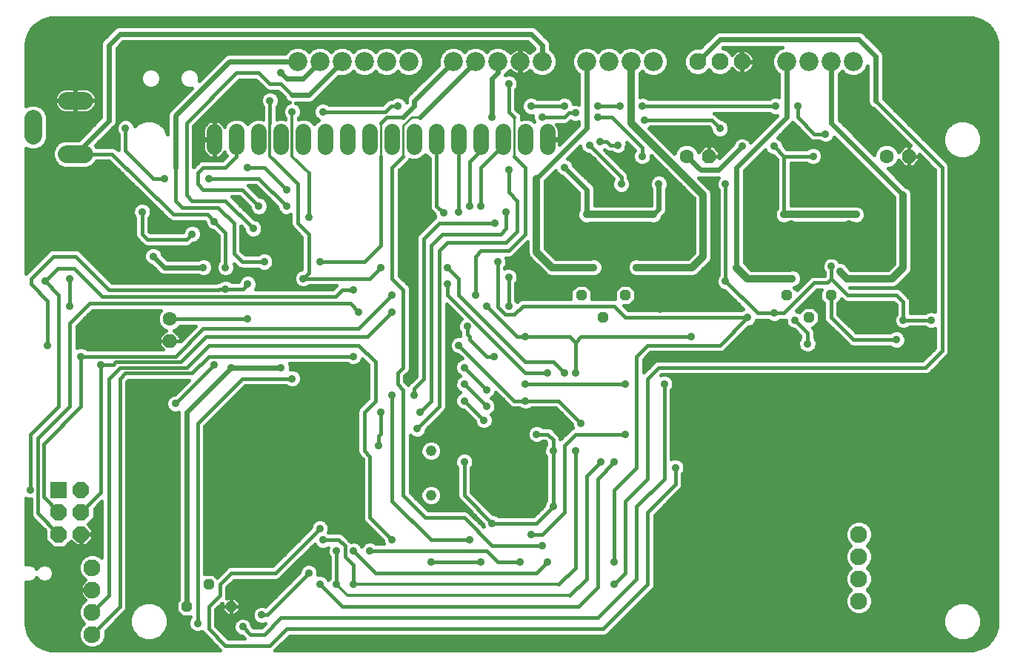
<source format=gbl>
G75*
G70*
%OFA0B0*%
%FSLAX24Y24*%
%IPPOS*%
%LPD*%
%AMOC8*
5,1,8,0,0,1.08239X$1,22.5*
%
%ADD10C,0.0480*%
%ADD11R,0.0740X0.0740*%
%ADD12OC8,0.0740*%
%ADD13C,0.0760*%
%ADD14C,0.0700*%
%ADD15OC8,0.0480*%
%ADD16OC8,0.0630*%
%ADD17C,0.0630*%
%ADD18C,0.0860*%
%ADD19C,0.0787*%
%ADD20C,0.0160*%
%ADD21C,0.0357*%
%ADD22C,0.0320*%
%ADD23C,0.0240*%
%ADD24C,0.0100*%
%ADD25C,0.0120*%
D10*
X019987Y007930D03*
X019987Y009930D03*
D11*
X003237Y008180D03*
D12*
X004237Y008180D03*
X004237Y007180D03*
X003237Y007180D03*
X003237Y006180D03*
X004237Y006180D03*
D13*
X004737Y004680D03*
X004737Y003680D03*
X004737Y002680D03*
X004737Y001680D03*
X039237Y003180D03*
X039237Y004180D03*
X039237Y005180D03*
X039237Y006180D03*
X033987Y027430D03*
X032987Y027430D03*
X031987Y027430D03*
D14*
X025235Y024283D02*
X025235Y023583D01*
X024235Y023583D02*
X024235Y024283D01*
X023235Y024283D02*
X023235Y023583D01*
X022235Y023583D02*
X022235Y024283D01*
X021235Y024283D02*
X021235Y023583D01*
X020235Y023583D02*
X020235Y024283D01*
X019235Y024283D02*
X019235Y023583D01*
X018235Y023583D02*
X018235Y024283D01*
X017235Y024283D02*
X017235Y023583D01*
X016235Y023583D02*
X016235Y024283D01*
X015235Y024283D02*
X015235Y023583D01*
X014235Y023583D02*
X014235Y024283D01*
X013235Y024283D02*
X013235Y023583D01*
X012235Y023583D02*
X012235Y024283D01*
X011235Y024283D02*
X011235Y023583D01*
X010235Y023583D02*
X010235Y024283D01*
D15*
X026747Y016930D03*
X027737Y015930D03*
X028727Y016930D03*
X035997Y016930D03*
X036987Y015930D03*
X037977Y016930D03*
X010977Y002930D03*
X009987Y003930D03*
X008997Y002930D03*
D16*
X008237Y014868D03*
X032487Y023180D03*
X041487Y023180D03*
D17*
X040487Y023180D03*
X031487Y023180D03*
X008237Y015868D03*
D18*
X013987Y027430D03*
X014987Y027430D03*
X015987Y027430D03*
X016987Y027430D03*
X017987Y027430D03*
X018987Y027430D03*
X020987Y027430D03*
X021987Y027430D03*
X022987Y027430D03*
X023987Y027430D03*
X024987Y027430D03*
X026987Y027430D03*
X027987Y027430D03*
X028987Y027430D03*
X029987Y027430D03*
X035987Y027430D03*
X036987Y027430D03*
X037987Y027430D03*
X038987Y027430D03*
D19*
X004381Y025680D02*
X003593Y025680D01*
X002087Y024874D02*
X002087Y024086D01*
X003593Y023280D02*
X004381Y023280D01*
D20*
X001860Y001713D02*
X002019Y001437D01*
X002244Y001212D01*
X002520Y001053D01*
X002828Y000970D01*
X002828Y000970D01*
X002987Y000960D01*
X010504Y000960D01*
X010466Y000999D01*
X009716Y001749D01*
X009690Y001811D01*
X009570Y001761D01*
X009404Y001761D01*
X009250Y001825D01*
X009132Y001943D01*
X009068Y002097D01*
X009068Y002263D01*
X009132Y002417D01*
X009165Y002450D01*
X008798Y002450D01*
X008517Y002731D01*
X008517Y003129D01*
X008627Y003239D01*
X008627Y011660D01*
X008570Y011636D01*
X008404Y011636D01*
X008250Y011700D01*
X008132Y011818D01*
X008068Y011972D01*
X008068Y012138D01*
X008132Y012292D01*
X008250Y012410D01*
X008404Y012474D01*
X008453Y012474D01*
X009089Y013110D01*
X006369Y013110D01*
X006307Y013047D01*
X006307Y002866D01*
X006258Y002749D01*
X005344Y001835D01*
X005357Y001803D01*
X005357Y001557D01*
X005262Y001329D01*
X005088Y001154D01*
X004860Y001060D01*
X004614Y001060D01*
X004386Y001154D01*
X004211Y001329D01*
X004117Y001557D01*
X004117Y001803D01*
X004211Y002031D01*
X004360Y002180D01*
X004211Y002329D01*
X004117Y002557D01*
X004117Y002803D01*
X004211Y003031D01*
X004386Y003206D01*
X004440Y003228D01*
X004385Y003268D01*
X004325Y003328D01*
X004275Y003397D01*
X004236Y003473D01*
X004210Y003554D01*
X004197Y003638D01*
X004197Y003671D01*
X004728Y003671D01*
X004728Y003689D01*
X004197Y003689D01*
X004197Y003722D01*
X004210Y003806D01*
X004236Y003887D01*
X004275Y003963D01*
X004325Y004032D01*
X004385Y004092D01*
X004440Y004132D01*
X004386Y004154D01*
X004211Y004329D01*
X004117Y004557D01*
X004117Y004803D01*
X004211Y005031D01*
X004386Y005206D01*
X004614Y005300D01*
X004860Y005300D01*
X005088Y005206D01*
X005167Y005127D01*
X005167Y007657D01*
X004847Y007337D01*
X005167Y007337D01*
X005167Y007179D02*
X004847Y007179D01*
X004847Y007337D02*
X004847Y006927D01*
X004543Y006623D01*
X004767Y006400D01*
X004767Y006200D01*
X004257Y006200D01*
X004257Y006160D01*
X004767Y006160D01*
X004767Y005960D01*
X004456Y005650D01*
X004257Y005650D01*
X004257Y006160D01*
X004217Y006160D01*
X004217Y005650D01*
X004017Y005650D01*
X003793Y005874D01*
X003490Y005570D01*
X002984Y005570D01*
X002627Y005927D01*
X002627Y006337D01*
X002118Y006846D01*
X002118Y006846D01*
X002028Y006936D01*
X001979Y007054D01*
X001979Y007761D01*
X001872Y007761D01*
X001767Y007805D01*
X001767Y004824D01*
X001801Y004838D01*
X001964Y004838D01*
X002114Y004776D01*
X002228Y004661D01*
X002237Y004641D01*
X002245Y004661D01*
X002360Y004776D01*
X002510Y004838D01*
X002672Y004838D01*
X002822Y004776D01*
X002937Y004661D01*
X002999Y004511D01*
X002999Y004349D01*
X002937Y004199D01*
X002822Y004084D01*
X002672Y004022D01*
X002510Y004022D01*
X002360Y004084D01*
X002245Y004199D01*
X002237Y004219D01*
X002228Y004199D01*
X002114Y004084D01*
X001964Y004022D01*
X001801Y004022D01*
X001767Y004036D01*
X001767Y002180D01*
X001777Y002021D01*
X001860Y001713D01*
X001839Y001790D02*
X004117Y001790D01*
X004117Y001631D02*
X001907Y001631D01*
X001999Y001473D02*
X004152Y001473D01*
X004226Y001314D02*
X002142Y001314D01*
X002342Y001156D02*
X004385Y001156D01*
X005089Y001156D02*
X010309Y001156D01*
X010150Y001314D02*
X005248Y001314D01*
X005322Y001473D02*
X006949Y001473D01*
X006794Y001537D02*
X007114Y001404D01*
X007460Y001404D01*
X007780Y001537D01*
X008025Y001782D01*
X008157Y002102D01*
X008157Y002448D01*
X008025Y002768D01*
X007780Y003013D01*
X007460Y003146D01*
X007114Y003146D01*
X006794Y003013D01*
X006549Y002768D01*
X006416Y002448D01*
X006416Y002102D01*
X006549Y001782D01*
X006794Y001537D01*
X006700Y001631D02*
X005357Y001631D01*
X005357Y001790D02*
X006546Y001790D01*
X006480Y001948D02*
X005457Y001948D01*
X005616Y002107D02*
X006416Y002107D01*
X006416Y002265D02*
X005774Y002265D01*
X005933Y002424D02*
X006416Y002424D01*
X006472Y002582D02*
X006091Y002582D01*
X006250Y002741D02*
X006537Y002741D01*
X006680Y002899D02*
X006307Y002899D01*
X006307Y003058D02*
X006901Y003058D01*
X006307Y003216D02*
X008604Y003216D01*
X008627Y003375D02*
X006307Y003375D01*
X006307Y003533D02*
X008627Y003533D01*
X008627Y003692D02*
X006307Y003692D01*
X006307Y003850D02*
X008627Y003850D01*
X008627Y004009D02*
X006307Y004009D01*
X006307Y004167D02*
X008627Y004167D01*
X008627Y004326D02*
X006307Y004326D01*
X006307Y004484D02*
X008627Y004484D01*
X008627Y004643D02*
X006307Y004643D01*
X006307Y004801D02*
X008627Y004801D01*
X008627Y004960D02*
X006307Y004960D01*
X006307Y005118D02*
X008627Y005118D01*
X008627Y005277D02*
X006307Y005277D01*
X006307Y005435D02*
X008627Y005435D01*
X008627Y005594D02*
X006307Y005594D01*
X006307Y005752D02*
X008627Y005752D01*
X008627Y005911D02*
X006307Y005911D01*
X006307Y006069D02*
X008627Y006069D01*
X008627Y006228D02*
X006307Y006228D01*
X006307Y006386D02*
X008627Y006386D01*
X008627Y006545D02*
X006307Y006545D01*
X006307Y006703D02*
X008627Y006703D01*
X008627Y006862D02*
X006307Y006862D01*
X006307Y007020D02*
X008627Y007020D01*
X008627Y007179D02*
X006307Y007179D01*
X006307Y007337D02*
X008627Y007337D01*
X008627Y007496D02*
X006307Y007496D01*
X006307Y007654D02*
X008627Y007654D01*
X008627Y007813D02*
X006307Y007813D01*
X006307Y007971D02*
X008627Y007971D01*
X008627Y008130D02*
X006307Y008130D01*
X006307Y008288D02*
X008627Y008288D01*
X008627Y008447D02*
X006307Y008447D01*
X006307Y008605D02*
X008627Y008605D01*
X008627Y008764D02*
X006307Y008764D01*
X006307Y008922D02*
X008627Y008922D01*
X008627Y009081D02*
X006307Y009081D01*
X006307Y009239D02*
X008627Y009239D01*
X008627Y009398D02*
X006307Y009398D01*
X006307Y009556D02*
X008627Y009556D01*
X008627Y009715D02*
X006307Y009715D01*
X006307Y009873D02*
X008627Y009873D01*
X008627Y010032D02*
X006307Y010032D01*
X006307Y010190D02*
X008627Y010190D01*
X008627Y010349D02*
X006307Y010349D01*
X006307Y010507D02*
X008627Y010507D01*
X008627Y010666D02*
X006307Y010666D01*
X006307Y010824D02*
X008627Y010824D01*
X008627Y010983D02*
X006307Y010983D01*
X006307Y011141D02*
X008627Y011141D01*
X008627Y011300D02*
X006307Y011300D01*
X006307Y011458D02*
X008627Y011458D01*
X008627Y011617D02*
X006307Y011617D01*
X006307Y011775D02*
X008175Y011775D01*
X008084Y011934D02*
X006307Y011934D01*
X006307Y012092D02*
X008068Y012092D01*
X008115Y012251D02*
X006307Y012251D01*
X006307Y012409D02*
X008249Y012409D01*
X008547Y012568D02*
X006307Y012568D01*
X006307Y012726D02*
X008705Y012726D01*
X008864Y012885D02*
X006307Y012885D01*
X006307Y013043D02*
X009022Y013043D01*
X009237Y013430D02*
X009987Y014180D01*
X016487Y014180D01*
X016863Y013994D02*
X016970Y013994D01*
X016894Y014070D02*
X017167Y013797D01*
X017167Y012313D01*
X016716Y011861D01*
X016667Y011744D01*
X016667Y009866D01*
X016716Y009749D01*
X016806Y009659D01*
X016917Y009547D01*
X016917Y006866D01*
X016966Y006749D01*
X017056Y006659D01*
X017818Y005896D01*
X017818Y005847D01*
X017858Y005750D01*
X017509Y005750D01*
X017474Y005785D01*
X017320Y005849D01*
X017154Y005849D01*
X017000Y005785D01*
X016882Y005667D01*
X016862Y005619D01*
X016842Y005667D01*
X016724Y005785D01*
X016570Y005849D01*
X016404Y005849D01*
X016376Y005837D01*
X016012Y006201D01*
X015894Y006250D01*
X015384Y006250D01*
X015371Y006263D01*
X015406Y006347D01*
X015406Y006513D01*
X015342Y006667D01*
X015224Y006785D01*
X015070Y006849D01*
X014904Y006849D01*
X014750Y006785D01*
X014632Y006667D01*
X014568Y006513D01*
X014568Y006464D01*
X012854Y004750D01*
X010923Y004750D01*
X010806Y004701D01*
X010716Y004611D01*
X010350Y004246D01*
X010186Y004410D01*
X009807Y004410D01*
X009807Y011047D01*
X011619Y012860D01*
X013465Y012860D01*
X013500Y012825D01*
X013654Y012761D01*
X013820Y012761D01*
X013974Y012825D01*
X014092Y012943D01*
X014156Y013097D01*
X014156Y013263D01*
X014092Y013417D01*
X013974Y013535D01*
X013820Y013599D01*
X013656Y013599D01*
X013656Y013763D01*
X013616Y013860D01*
X016215Y013860D01*
X016250Y013825D01*
X016404Y013761D01*
X016570Y013761D01*
X016724Y013825D01*
X016842Y013943D01*
X016894Y014070D01*
X016735Y013836D02*
X017129Y013836D01*
X017167Y013677D02*
X013656Y013677D01*
X013626Y013836D02*
X016239Y013836D01*
X017167Y013519D02*
X013991Y013519D01*
X014116Y013360D02*
X017167Y013360D01*
X017167Y013202D02*
X014156Y013202D01*
X014133Y013043D02*
X017167Y013043D01*
X017167Y012885D02*
X014034Y012885D01*
X013737Y013180D02*
X011487Y013180D01*
X009487Y011180D01*
X009487Y002180D01*
X009068Y002107D02*
X008157Y002107D01*
X008157Y002265D02*
X009069Y002265D01*
X009138Y002424D02*
X008157Y002424D01*
X008102Y002582D02*
X008666Y002582D01*
X008517Y002741D02*
X008036Y002741D01*
X007894Y002899D02*
X008517Y002899D01*
X008517Y003058D02*
X007673Y003058D01*
X008997Y002930D02*
X008997Y003420D01*
X008987Y003430D01*
X009987Y002930D02*
X010487Y003430D01*
X010487Y003930D01*
X010987Y004430D01*
X012987Y004430D01*
X014987Y006430D01*
X015306Y006703D02*
X017011Y006703D01*
X016919Y006862D02*
X009807Y006862D01*
X009807Y007020D02*
X016917Y007020D01*
X016917Y007179D02*
X009807Y007179D01*
X009807Y007337D02*
X016917Y007337D01*
X016917Y007496D02*
X009807Y007496D01*
X009807Y007654D02*
X016917Y007654D01*
X016917Y007813D02*
X009807Y007813D01*
X009807Y007971D02*
X016917Y007971D01*
X016917Y008130D02*
X009807Y008130D01*
X009807Y008288D02*
X016917Y008288D01*
X016917Y008447D02*
X009807Y008447D01*
X009807Y008605D02*
X016917Y008605D01*
X016917Y008764D02*
X009807Y008764D01*
X009807Y008922D02*
X016917Y008922D01*
X016917Y009081D02*
X009807Y009081D01*
X009807Y009239D02*
X016917Y009239D01*
X016917Y009398D02*
X009807Y009398D01*
X009807Y009556D02*
X016908Y009556D01*
X016806Y009659D02*
X016806Y009659D01*
X016750Y009715D02*
X009807Y009715D01*
X009807Y009873D02*
X016667Y009873D01*
X016667Y010032D02*
X009807Y010032D01*
X009807Y010190D02*
X016667Y010190D01*
X016667Y010349D02*
X009807Y010349D01*
X009807Y010507D02*
X016667Y010507D01*
X016667Y010666D02*
X009807Y010666D01*
X009807Y010824D02*
X016667Y010824D01*
X016667Y010983D02*
X009807Y010983D01*
X009900Y011141D02*
X016667Y011141D01*
X016667Y011300D02*
X010059Y011300D01*
X010217Y011458D02*
X016667Y011458D01*
X016667Y011617D02*
X010376Y011617D01*
X010534Y011775D02*
X016680Y011775D01*
X016788Y011934D02*
X010693Y011934D01*
X010851Y012092D02*
X016946Y012092D01*
X017105Y012251D02*
X011010Y012251D01*
X011168Y012409D02*
X017167Y012409D01*
X017167Y012568D02*
X011327Y012568D01*
X011485Y012726D02*
X017167Y012726D01*
X017487Y012180D02*
X017487Y013930D01*
X016737Y014680D01*
X009987Y014680D01*
X008987Y013680D01*
X005987Y013680D01*
X005487Y013180D01*
X005487Y003430D01*
X004737Y002680D01*
X004275Y002265D02*
X001767Y002265D01*
X001767Y002424D02*
X004172Y002424D01*
X004117Y002582D02*
X001767Y002582D01*
X001767Y002741D02*
X004117Y002741D01*
X004157Y002899D02*
X001767Y002899D01*
X001767Y003058D02*
X004238Y003058D01*
X004411Y003216D02*
X001767Y003216D01*
X001767Y003375D02*
X004291Y003375D01*
X004217Y003533D02*
X001767Y003533D01*
X001767Y003692D02*
X004197Y003692D01*
X004224Y003850D02*
X001767Y003850D01*
X001767Y004009D02*
X004308Y004009D01*
X004373Y004167D02*
X002905Y004167D01*
X002989Y004326D02*
X004215Y004326D01*
X004147Y004484D02*
X002999Y004484D01*
X002945Y004643D02*
X004117Y004643D01*
X004117Y004801D02*
X002762Y004801D01*
X002421Y004801D02*
X002053Y004801D01*
X002236Y004643D02*
X002238Y004643D01*
X001767Y004960D02*
X004182Y004960D01*
X004298Y005118D02*
X001767Y005118D01*
X001767Y005277D02*
X004557Y005277D01*
X004917Y005277D02*
X005167Y005277D01*
X005167Y005435D02*
X001767Y005435D01*
X001767Y005594D02*
X002961Y005594D01*
X002802Y005752D02*
X001767Y005752D01*
X001767Y005911D02*
X002644Y005911D01*
X002627Y006069D02*
X001767Y006069D01*
X001767Y006228D02*
X002627Y006228D01*
X002578Y006386D02*
X001767Y006386D01*
X001767Y006545D02*
X002420Y006545D01*
X002261Y006703D02*
X001767Y006703D01*
X001767Y006862D02*
X002103Y006862D01*
X001993Y007020D02*
X001767Y007020D01*
X001767Y007179D02*
X001979Y007179D01*
X001979Y007337D02*
X001767Y007337D01*
X001767Y007496D02*
X001979Y007496D01*
X001979Y007654D02*
X001767Y007654D01*
X001956Y008180D02*
X001956Y010649D01*
X003237Y011930D01*
X003237Y016930D01*
X002612Y017555D01*
X003174Y018118D01*
X003924Y018118D01*
X005174Y016868D01*
X015674Y016868D01*
X015987Y017180D01*
X016487Y017180D01*
X016362Y016555D02*
X016737Y016180D01*
X016362Y016555D02*
X004612Y016555D01*
X003737Y015680D01*
X003737Y011930D01*
X002299Y010493D01*
X002299Y007118D01*
X003237Y006180D01*
X003672Y005752D02*
X003915Y005752D01*
X004217Y005752D02*
X004257Y005752D01*
X004257Y005911D02*
X004217Y005911D01*
X004217Y006069D02*
X004257Y006069D01*
X004558Y005752D02*
X005167Y005752D01*
X005167Y005594D02*
X003513Y005594D01*
X004717Y005911D02*
X005167Y005911D01*
X005167Y006069D02*
X004767Y006069D01*
X004767Y006228D02*
X005167Y006228D01*
X005167Y006386D02*
X004767Y006386D01*
X004622Y006545D02*
X005167Y006545D01*
X005167Y006703D02*
X004623Y006703D01*
X004781Y006862D02*
X005167Y006862D01*
X005167Y007020D02*
X004847Y007020D01*
X004237Y007180D02*
X005112Y008055D01*
X005112Y013805D01*
X005674Y013805D01*
X005799Y013930D01*
X008737Y013930D01*
X009862Y015055D01*
X017112Y015055D01*
X018237Y016180D01*
X019057Y016213D02*
X019323Y016213D01*
X019323Y016055D02*
X019057Y016055D01*
X019057Y015896D02*
X019323Y015896D01*
X019323Y015738D02*
X019057Y015738D01*
X019057Y015579D02*
X019323Y015579D01*
X019323Y015421D02*
X019057Y015421D01*
X019057Y015262D02*
X019323Y015262D01*
X019323Y015104D02*
X019057Y015104D01*
X019057Y014945D02*
X019323Y014945D01*
X019323Y014787D02*
X019057Y014787D01*
X019057Y014628D02*
X019323Y014628D01*
X019323Y014470D02*
X019057Y014470D01*
X019057Y014311D02*
X019323Y014311D01*
X019323Y014153D02*
X019057Y014153D01*
X019057Y013994D02*
X019323Y013994D01*
X019323Y013836D02*
X019057Y013836D01*
X019057Y013677D02*
X019323Y013677D01*
X019323Y013519D02*
X019016Y013519D01*
X019008Y013499D02*
X019057Y013616D01*
X019057Y017244D01*
X019008Y017361D01*
X018918Y017451D01*
X018557Y017813D01*
X018557Y022547D01*
X019008Y022999D01*
X019022Y023032D01*
X019118Y022993D01*
X019352Y022993D01*
X019569Y023083D01*
X019735Y023248D01*
X019901Y023083D01*
X019917Y023076D01*
X019917Y020866D01*
X019966Y020749D01*
X020056Y020659D01*
X020131Y020584D01*
X020131Y020534D01*
X020170Y020440D01*
X019372Y019643D01*
X019323Y019525D01*
X019323Y013281D01*
X018966Y012924D01*
X018960Y012910D01*
X018807Y013063D01*
X018807Y013297D01*
X018918Y013409D01*
X019008Y013499D01*
X018869Y013360D02*
X019323Y013360D01*
X019243Y013202D02*
X018807Y013202D01*
X018826Y013043D02*
X019085Y013043D01*
X019237Y012743D02*
X019643Y013149D01*
X019643Y019461D01*
X020362Y020180D01*
X022862Y020180D01*
X022487Y020180D01*
X023112Y019680D02*
X023362Y019930D01*
X023362Y020680D01*
X023862Y021180D02*
X023862Y019805D01*
X023362Y019305D01*
X020737Y019305D01*
X020362Y018930D01*
X020362Y011930D01*
X019362Y010930D01*
X019057Y010643D02*
X019125Y010575D01*
X019279Y010511D01*
X019445Y010511D01*
X019599Y010575D01*
X019717Y010693D01*
X019781Y010847D01*
X019781Y010896D01*
X020543Y011659D01*
X020543Y011659D01*
X020633Y011749D01*
X020682Y011866D01*
X020682Y016532D01*
X021355Y015859D01*
X021257Y015761D01*
X021193Y015607D01*
X021193Y015440D01*
X021257Y015287D01*
X021292Y015252D01*
X021292Y015116D01*
X021299Y015099D01*
X021154Y015099D01*
X021000Y015035D01*
X020882Y014917D01*
X020818Y014763D01*
X020818Y014597D01*
X020882Y014443D01*
X021000Y014325D01*
X021154Y014261D01*
X021203Y014261D01*
X021377Y014088D01*
X021250Y014035D01*
X021132Y013917D01*
X021068Y013763D01*
X021068Y013597D01*
X021132Y013443D01*
X021250Y013325D01*
X021298Y013305D01*
X021250Y013285D01*
X021132Y013167D01*
X021068Y013013D01*
X021068Y012847D01*
X021132Y012693D01*
X021250Y012575D01*
X021298Y012555D01*
X021250Y012535D01*
X021132Y012417D01*
X021068Y012263D01*
X021068Y012097D01*
X021132Y011943D01*
X021250Y011825D01*
X021404Y011761D01*
X021453Y011761D01*
X021943Y011271D01*
X021943Y011222D01*
X022007Y011068D01*
X022125Y010950D01*
X022279Y010886D01*
X022445Y010886D01*
X022599Y010950D01*
X022717Y011068D01*
X022781Y011222D01*
X022781Y011388D01*
X022717Y011542D01*
X022696Y011563D01*
X022724Y011575D01*
X022842Y011693D01*
X022906Y011847D01*
X022906Y012013D01*
X022842Y012167D01*
X022724Y012285D01*
X022676Y012305D01*
X022724Y012325D01*
X022842Y012443D01*
X022894Y012570D01*
X023556Y011909D01*
X023673Y011860D01*
X023965Y011860D01*
X024000Y011825D01*
X024154Y011761D01*
X024320Y011761D01*
X024474Y011825D01*
X024509Y011860D01*
X025604Y011860D01*
X026318Y011146D01*
X026318Y011097D01*
X026368Y010977D01*
X026306Y010951D01*
X026216Y010861D01*
X025807Y010453D01*
X025807Y010494D01*
X025758Y010611D01*
X025668Y010701D01*
X025418Y010951D01*
X025301Y011000D01*
X025009Y011000D01*
X024974Y011035D01*
X024820Y011099D01*
X024654Y011099D01*
X024500Y011035D01*
X024382Y010917D01*
X024318Y010763D01*
X024318Y010597D01*
X024382Y010443D01*
X024500Y010325D01*
X024654Y010261D01*
X024820Y010261D01*
X024974Y010325D01*
X025009Y010360D01*
X025104Y010360D01*
X025167Y010297D01*
X025167Y010202D01*
X025132Y010167D01*
X025068Y010013D01*
X025068Y009847D01*
X025132Y009693D01*
X025167Y009658D01*
X025167Y007702D01*
X025132Y007667D01*
X025068Y007513D01*
X025068Y007464D01*
X024604Y007000D01*
X023009Y007000D01*
X022974Y007035D01*
X022820Y007099D01*
X022771Y007099D01*
X021807Y008063D01*
X021807Y009158D01*
X021842Y009193D01*
X021906Y009347D01*
X021906Y009513D01*
X021842Y009667D01*
X021724Y009785D01*
X021570Y009849D01*
X021404Y009849D01*
X021250Y009785D01*
X021132Y009667D01*
X021068Y009513D01*
X021068Y009347D01*
X021132Y009193D01*
X021167Y009158D01*
X021167Y007866D01*
X021216Y007749D01*
X022318Y006646D01*
X022318Y006597D01*
X022350Y006519D01*
X021668Y007201D01*
X021551Y007250D01*
X019869Y007250D01*
X019057Y008063D01*
X019057Y010643D01*
X019057Y010507D02*
X024355Y010507D01*
X024318Y010666D02*
X019690Y010666D01*
X019771Y010824D02*
X024343Y010824D01*
X024447Y010983D02*
X022632Y010983D01*
X022747Y011141D02*
X026318Y011141D01*
X026365Y010983D02*
X025343Y010983D01*
X025545Y010824D02*
X026178Y010824D01*
X026020Y010666D02*
X025704Y010666D01*
X025801Y010507D02*
X025861Y010507D01*
X025987Y010180D02*
X026487Y010680D01*
X028737Y010680D01*
X028237Y009430D02*
X027487Y008680D01*
X027487Y003805D01*
X026612Y002930D01*
X015987Y002930D01*
X014987Y003930D01*
X015126Y004326D02*
X015417Y004326D01*
X015417Y004202D02*
X015382Y004167D01*
X015342Y004167D01*
X015224Y004285D01*
X015070Y004349D01*
X014906Y004349D01*
X014906Y004513D01*
X014842Y004667D01*
X014724Y004785D01*
X014570Y004849D01*
X014404Y004849D01*
X014250Y004785D01*
X014132Y004667D01*
X014068Y004513D01*
X014068Y004464D01*
X012539Y002935D01*
X012445Y002974D01*
X012279Y002974D01*
X012125Y002910D01*
X012007Y002792D01*
X011943Y002638D01*
X011943Y002472D01*
X012007Y002318D01*
X012125Y002200D01*
X012279Y002136D01*
X012445Y002136D01*
X012523Y002168D01*
X012354Y002000D01*
X011994Y002000D01*
X011937Y002058D01*
X011937Y002107D01*
X011873Y002261D01*
X011755Y002379D01*
X011601Y002442D01*
X011435Y002442D01*
X011281Y002379D01*
X011163Y002261D01*
X011099Y002107D01*
X011099Y001940D01*
X011163Y001787D01*
X011281Y001669D01*
X011435Y001605D01*
X011484Y001605D01*
X011589Y001500D01*
X010869Y001500D01*
X010307Y002063D01*
X010307Y002797D01*
X010577Y003067D01*
X010577Y002930D01*
X010577Y002764D01*
X010811Y002530D01*
X010977Y002530D01*
X011143Y002530D01*
X011377Y002764D01*
X011377Y002930D01*
X011377Y003096D01*
X011143Y003330D01*
X010977Y003330D01*
X010977Y002930D01*
X011377Y002930D01*
X010977Y002930D01*
X010977Y002930D01*
X010977Y002930D01*
X010977Y002530D01*
X010977Y002930D01*
X010977Y002930D01*
X010977Y003330D01*
X010811Y003330D01*
X010778Y003297D01*
X010807Y003366D01*
X010807Y003797D01*
X011119Y004110D01*
X013051Y004110D01*
X013168Y004159D01*
X013258Y004249D01*
X014741Y005731D01*
X014757Y005693D01*
X014875Y005575D01*
X015029Y005511D01*
X015195Y005511D01*
X015343Y005572D01*
X015318Y005513D01*
X015318Y005347D01*
X015382Y005193D01*
X015417Y005158D01*
X015417Y004202D01*
X015382Y004167D02*
X015362Y004119D01*
X015342Y004167D01*
X015737Y003930D02*
X015737Y005430D01*
X015318Y005435D02*
X014444Y005435D01*
X014286Y005277D02*
X015347Y005277D01*
X015417Y005118D02*
X014127Y005118D01*
X013969Y004960D02*
X015417Y004960D01*
X015417Y004801D02*
X014685Y004801D01*
X014852Y004643D02*
X015417Y004643D01*
X015417Y004484D02*
X014906Y004484D01*
X014487Y004430D02*
X012612Y002555D01*
X012362Y002555D01*
X012060Y002265D02*
X011869Y002265D01*
X011937Y002107D02*
X012461Y002107D01*
X011963Y002424D02*
X011647Y002424D01*
X011389Y002424D02*
X010307Y002424D01*
X010307Y002582D02*
X010759Y002582D01*
X010977Y002582D02*
X010977Y002582D01*
X010977Y002741D02*
X010977Y002741D01*
X010977Y002899D02*
X010977Y002899D01*
X010977Y002930D02*
X010577Y002930D01*
X010977Y002930D01*
X010977Y002930D01*
X010977Y003058D02*
X010977Y003058D01*
X010977Y003216D02*
X010977Y003216D01*
X010807Y003375D02*
X012979Y003375D01*
X013137Y003533D02*
X010807Y003533D01*
X010807Y003692D02*
X013296Y003692D01*
X013454Y003850D02*
X010859Y003850D01*
X011018Y004009D02*
X013613Y004009D01*
X013771Y004167D02*
X013176Y004167D01*
X013258Y004249D02*
X013258Y004249D01*
X013335Y004326D02*
X013930Y004326D01*
X014068Y004484D02*
X013493Y004484D01*
X013652Y004643D02*
X014122Y004643D01*
X014288Y004801D02*
X013810Y004801D01*
X013381Y005277D02*
X009807Y005277D01*
X009807Y005435D02*
X013539Y005435D01*
X013698Y005594D02*
X009807Y005594D01*
X009807Y005752D02*
X013856Y005752D01*
X014015Y005911D02*
X009807Y005911D01*
X009807Y006069D02*
X014173Y006069D01*
X014332Y006228D02*
X009807Y006228D01*
X009807Y006386D02*
X014490Y006386D01*
X014581Y006545D02*
X009807Y006545D01*
X009807Y006703D02*
X014668Y006703D01*
X015393Y006545D02*
X017170Y006545D01*
X017328Y006386D02*
X015406Y006386D01*
X015949Y006228D02*
X017487Y006228D01*
X017645Y006069D02*
X016144Y006069D01*
X016303Y005911D02*
X017804Y005911D01*
X017857Y005752D02*
X017507Y005752D01*
X017237Y005430D02*
X022487Y005430D01*
X022987Y004930D01*
X023987Y004930D01*
X024737Y004430D02*
X025237Y004930D01*
X024737Y004430D02*
X017487Y004430D01*
X016487Y005430D01*
X016757Y005752D02*
X016967Y005752D01*
X016112Y005649D02*
X016112Y005180D01*
X016487Y004805D01*
X016487Y003930D01*
X016112Y005649D02*
X015831Y005930D01*
X015112Y005930D01*
X014856Y005594D02*
X014603Y005594D01*
X013222Y005118D02*
X009807Y005118D01*
X009807Y004960D02*
X013064Y004960D01*
X012905Y004801D02*
X009807Y004801D01*
X009807Y004643D02*
X010747Y004643D01*
X010588Y004484D02*
X009807Y004484D01*
X010270Y004326D02*
X010430Y004326D01*
X010567Y003058D02*
X010577Y003058D01*
X010577Y002899D02*
X010408Y002899D01*
X010307Y002741D02*
X010601Y002741D01*
X011195Y002582D02*
X011943Y002582D01*
X011985Y002741D02*
X011353Y002741D01*
X011377Y002899D02*
X012114Y002899D01*
X012662Y003058D02*
X011377Y003058D01*
X011257Y003216D02*
X012820Y003216D01*
X013237Y002430D02*
X027487Y002430D01*
X029237Y004180D01*
X029237Y007430D01*
X030487Y008680D01*
X030487Y012930D01*
X030326Y013317D02*
X030369Y013360D01*
X042301Y013360D01*
X045457Y013360D01*
X045457Y013202D02*
X030808Y013202D01*
X030842Y013167D02*
X030724Y013285D01*
X030570Y013349D01*
X030404Y013349D01*
X030326Y013317D01*
X030237Y013680D02*
X029737Y013180D01*
X029737Y008680D01*
X028737Y007680D01*
X028737Y004430D01*
X028237Y003930D01*
X028237Y004930D02*
X028237Y008180D01*
X029237Y009180D01*
X029237Y014180D01*
X029737Y014680D01*
X032987Y014680D01*
X034237Y015930D01*
X028737Y015930D01*
X028237Y016430D01*
X024112Y016430D01*
X023737Y016055D01*
X023331Y016055D01*
X022987Y016399D01*
X022987Y018430D01*
X023406Y018432D02*
X024607Y018432D01*
X024765Y018274D02*
X023375Y018274D01*
X023406Y018347D02*
X023406Y018513D01*
X023366Y018610D01*
X023551Y018610D01*
X023668Y018659D01*
X023758Y018749D01*
X024337Y019327D01*
X024337Y018788D01*
X024398Y018641D01*
X025085Y017953D01*
X025198Y017841D01*
X025345Y017780D01*
X027171Y017780D01*
X027216Y017761D01*
X027383Y017761D01*
X027537Y017825D01*
X027654Y017943D01*
X027718Y018097D01*
X027718Y018263D01*
X027654Y018417D01*
X027537Y018535D01*
X027383Y018599D01*
X027216Y018599D01*
X027171Y018580D01*
X025590Y018580D01*
X025137Y019033D01*
X025137Y022071D01*
X025596Y022530D01*
X025632Y022443D01*
X025750Y022325D01*
X025891Y022266D01*
X026627Y021531D01*
X026627Y020780D01*
X026568Y020638D01*
X026568Y020472D01*
X026632Y020318D01*
X026750Y020200D01*
X026904Y020136D01*
X027070Y020136D01*
X027115Y020155D01*
X029858Y020155D01*
X029904Y020136D01*
X030070Y020136D01*
X030224Y020200D01*
X030342Y020318D01*
X030401Y020460D01*
X030542Y020601D01*
X030597Y020733D01*
X030597Y021705D01*
X030656Y021847D01*
X030656Y022013D01*
X030592Y022167D01*
X030474Y022285D01*
X030320Y022349D01*
X030154Y022349D01*
X030000Y022285D01*
X029882Y022167D01*
X029818Y022013D01*
X029818Y021847D01*
X029877Y021705D01*
X029877Y020963D01*
X029858Y020955D01*
X027347Y020955D01*
X027347Y021752D01*
X027292Y021884D01*
X026401Y022775D01*
X026342Y022917D01*
X026224Y023035D01*
X026137Y023071D01*
X026693Y023627D01*
X026693Y023597D01*
X026757Y023443D01*
X026875Y023325D01*
X027029Y023261D01*
X027078Y023261D01*
X028188Y022151D01*
X028131Y022013D01*
X028131Y021847D01*
X028194Y021693D01*
X028312Y021575D01*
X028466Y021511D01*
X028633Y021511D01*
X028787Y021575D01*
X028904Y021693D01*
X028968Y021847D01*
X028968Y022013D01*
X028904Y022167D01*
X028869Y022202D01*
X028869Y022306D01*
X028821Y022424D01*
X027779Y023465D01*
X027802Y023475D01*
X027868Y023409D01*
X027986Y023360D01*
X028121Y023360D01*
X028156Y023325D01*
X028310Y023261D01*
X028476Y023261D01*
X028630Y023325D01*
X028748Y023443D01*
X028812Y023597D01*
X028812Y023763D01*
X028802Y023787D01*
X029152Y023437D01*
X029132Y023417D01*
X029068Y023263D01*
X029068Y023097D01*
X029132Y022943D01*
X029250Y022825D01*
X029404Y022761D01*
X029570Y022761D01*
X029724Y022825D01*
X029842Y022943D01*
X029906Y023097D01*
X029906Y023196D01*
X031837Y021264D01*
X031837Y018846D01*
X031571Y018580D01*
X029365Y018580D01*
X029320Y018599D01*
X029154Y018599D01*
X029000Y018535D01*
X028882Y018417D01*
X028818Y018263D01*
X028818Y018097D01*
X028882Y017943D01*
X029000Y017825D01*
X029154Y017761D01*
X029320Y017761D01*
X029365Y017780D01*
X031816Y017780D01*
X031963Y017841D01*
X032076Y017953D01*
X032576Y018453D01*
X032637Y018600D01*
X032637Y021510D01*
X032576Y021657D01*
X032463Y021769D01*
X032036Y022197D01*
X032040Y022195D01*
X032910Y022195D01*
X032882Y022167D01*
X032818Y022013D01*
X032818Y021847D01*
X032882Y021693D01*
X032917Y021658D01*
X032917Y017827D01*
X032882Y017792D01*
X032818Y017638D01*
X032818Y017472D01*
X032882Y017318D01*
X033000Y017200D01*
X033154Y017136D01*
X033203Y017136D01*
X034038Y016301D01*
X034000Y016285D01*
X033965Y016250D01*
X028869Y016250D01*
X028669Y016450D01*
X028926Y016450D01*
X029207Y016731D01*
X029207Y017129D01*
X028926Y017410D01*
X028528Y017410D01*
X028247Y017129D01*
X028247Y016750D01*
X027227Y016750D01*
X027227Y017129D01*
X026946Y017410D01*
X026548Y017410D01*
X026267Y017129D01*
X026267Y016750D01*
X024048Y016750D01*
X023931Y016701D01*
X023858Y016629D01*
X023842Y016667D01*
X023807Y016702D01*
X023807Y017470D01*
X023842Y017505D01*
X023906Y017659D01*
X023906Y017826D01*
X023842Y017980D01*
X023724Y018097D01*
X023570Y018161D01*
X023404Y018161D01*
X023307Y018121D01*
X023307Y018158D01*
X023342Y018193D01*
X023406Y018347D01*
X023374Y018591D02*
X024448Y018591D01*
X024353Y018749D02*
X023758Y018749D01*
X023917Y018908D02*
X024337Y018908D01*
X024337Y019066D02*
X024075Y019066D01*
X024234Y019225D02*
X024337Y019225D01*
X024237Y019680D02*
X023487Y018930D01*
X022237Y018930D01*
X021987Y018680D01*
X021987Y016930D01*
X022487Y016430D02*
X023862Y015055D01*
X024237Y015055D01*
X026237Y015055D01*
X026487Y014805D01*
X026737Y015055D01*
X031674Y015055D01*
X033051Y014360D02*
X029869Y014360D01*
X029557Y014047D01*
X029557Y013453D01*
X030056Y013951D01*
X030173Y014000D01*
X042104Y014000D01*
X042667Y014563D01*
X042667Y015426D01*
X042570Y015386D01*
X042404Y015386D01*
X042250Y015450D01*
X042215Y015485D01*
X041509Y015485D01*
X041474Y015450D01*
X041320Y015386D01*
X041154Y015386D01*
X041000Y015450D01*
X040882Y015568D01*
X040818Y015722D01*
X040818Y015888D01*
X040882Y016042D01*
X040917Y016077D01*
X040917Y016497D01*
X040804Y016610D01*
X038673Y016610D01*
X038556Y016659D01*
X038466Y016749D01*
X038466Y016749D01*
X038457Y016757D01*
X038457Y016731D01*
X038297Y016571D01*
X038297Y016073D01*
X039119Y015250D01*
X040652Y015250D01*
X040687Y015285D01*
X040841Y015349D01*
X041008Y015349D01*
X041162Y015285D01*
X041279Y015167D01*
X041343Y015013D01*
X041343Y014847D01*
X041279Y014693D01*
X041162Y014575D01*
X041008Y014511D01*
X040841Y014511D01*
X040687Y014575D01*
X040652Y014610D01*
X038923Y014610D01*
X038806Y014659D01*
X038716Y014749D01*
X037706Y015759D01*
X037657Y015876D01*
X037657Y016571D01*
X037497Y016731D01*
X037497Y017129D01*
X037541Y017173D01*
X037369Y017173D01*
X036421Y016224D01*
X036445Y016224D01*
X036556Y016178D01*
X036788Y016410D01*
X037186Y016410D01*
X037467Y016129D01*
X037467Y015731D01*
X037186Y015450D01*
X037169Y015450D01*
X037196Y015424D01*
X037244Y015306D01*
X037244Y015015D01*
X037279Y014980D01*
X037343Y014826D01*
X037343Y014659D01*
X037279Y014505D01*
X037162Y014388D01*
X037008Y014324D01*
X036841Y014324D01*
X036687Y014388D01*
X036569Y014505D01*
X036506Y014659D01*
X036506Y014826D01*
X036569Y014980D01*
X036604Y015015D01*
X036604Y015110D01*
X036328Y015386D01*
X036279Y015386D01*
X036125Y015450D01*
X036007Y015568D01*
X035943Y015722D01*
X035943Y015805D01*
X035926Y015798D01*
X035697Y015798D01*
X035662Y015763D01*
X035508Y015699D01*
X035341Y015699D01*
X035187Y015763D01*
X035152Y015798D01*
X034635Y015798D01*
X034592Y015693D01*
X034474Y015575D01*
X034320Y015511D01*
X034271Y015511D01*
X033168Y014409D01*
X033051Y014360D01*
X033229Y014470D02*
X036605Y014470D01*
X036519Y014628D02*
X033387Y014628D01*
X033546Y014787D02*
X036506Y014787D01*
X036555Y014945D02*
X033704Y014945D01*
X033863Y015104D02*
X036604Y015104D01*
X036452Y015262D02*
X034021Y015262D01*
X034180Y015421D02*
X036196Y015421D01*
X036002Y015579D02*
X034478Y015579D01*
X034610Y015738D02*
X035247Y015738D01*
X035601Y015738D02*
X035943Y015738D01*
X035862Y016118D02*
X035424Y016118D01*
X034674Y016118D01*
X033237Y017555D01*
X033237Y021930D01*
X032854Y021761D02*
X032472Y021761D01*
X032599Y021602D02*
X032917Y021602D01*
X032917Y021444D02*
X032637Y021444D01*
X032637Y021285D02*
X032917Y021285D01*
X032917Y021127D02*
X032637Y021127D01*
X032637Y020968D02*
X032917Y020968D01*
X032917Y020810D02*
X032637Y020810D01*
X032637Y020651D02*
X032917Y020651D01*
X032917Y020493D02*
X032637Y020493D01*
X032637Y020334D02*
X032917Y020334D01*
X032917Y020176D02*
X032637Y020176D01*
X032637Y020017D02*
X032917Y020017D01*
X032917Y019859D02*
X032637Y019859D01*
X032637Y019700D02*
X032917Y019700D01*
X032917Y019542D02*
X032637Y019542D01*
X032637Y019383D02*
X032917Y019383D01*
X032917Y019225D02*
X032637Y019225D01*
X032637Y019066D02*
X032917Y019066D01*
X032917Y018908D02*
X032637Y018908D01*
X032637Y018749D02*
X032917Y018749D01*
X032917Y018591D02*
X032633Y018591D01*
X032555Y018432D02*
X032917Y018432D01*
X032917Y018274D02*
X032396Y018274D01*
X032238Y018115D02*
X032917Y018115D01*
X032917Y017957D02*
X032079Y017957D01*
X031860Y017798D02*
X032888Y017798D01*
X032819Y017640D02*
X023897Y017640D01*
X023906Y017798D02*
X025301Y017798D01*
X025082Y017957D02*
X023851Y017957D01*
X023682Y018115D02*
X024924Y018115D01*
X025421Y018749D02*
X031740Y018749D01*
X031837Y018908D02*
X025263Y018908D01*
X025137Y019066D02*
X031837Y019066D01*
X031837Y019225D02*
X025137Y019225D01*
X025137Y019383D02*
X031837Y019383D01*
X031837Y019542D02*
X025137Y019542D01*
X025137Y019700D02*
X031837Y019700D01*
X031837Y019859D02*
X025137Y019859D01*
X025137Y020017D02*
X031837Y020017D01*
X031837Y020176D02*
X030165Y020176D01*
X030349Y020334D02*
X031837Y020334D01*
X031837Y020493D02*
X030434Y020493D01*
X030563Y020651D02*
X031837Y020651D01*
X031837Y020810D02*
X030597Y020810D01*
X030597Y020968D02*
X031837Y020968D01*
X031837Y021127D02*
X030597Y021127D01*
X030597Y021285D02*
X031816Y021285D01*
X031658Y021444D02*
X030597Y021444D01*
X030597Y021602D02*
X031499Y021602D01*
X031341Y021761D02*
X030620Y021761D01*
X030656Y021919D02*
X031182Y021919D01*
X031024Y022078D02*
X030629Y022078D01*
X030523Y022236D02*
X030865Y022236D01*
X030707Y022395D02*
X028833Y022395D01*
X028869Y022236D02*
X029951Y022236D01*
X029845Y022078D02*
X028942Y022078D01*
X028968Y021919D02*
X029818Y021919D01*
X029854Y021761D02*
X028932Y021761D01*
X028814Y021602D02*
X029877Y021602D01*
X029877Y021444D02*
X027347Y021444D01*
X027347Y021602D02*
X028285Y021602D01*
X028166Y021761D02*
X027343Y021761D01*
X027257Y021919D02*
X028131Y021919D01*
X028157Y022078D02*
X027098Y022078D01*
X026940Y022236D02*
X028103Y022236D01*
X027945Y022395D02*
X026781Y022395D01*
X026623Y022553D02*
X027786Y022553D01*
X027628Y022712D02*
X026464Y022712D01*
X026361Y022870D02*
X027469Y022870D01*
X027311Y023029D02*
X026231Y023029D01*
X026253Y023187D02*
X027152Y023187D01*
X026854Y023346D02*
X026412Y023346D01*
X026570Y023504D02*
X026732Y023504D01*
X027112Y023680D02*
X028549Y022243D01*
X028549Y021930D01*
X028691Y022553D02*
X030548Y022553D01*
X030390Y022712D02*
X028533Y022712D01*
X028374Y022870D02*
X029205Y022870D01*
X029096Y023029D02*
X028216Y023029D01*
X028057Y023187D02*
X029068Y023187D01*
X029102Y023346D02*
X028651Y023346D01*
X028773Y023504D02*
X029085Y023504D01*
X028927Y023663D02*
X028812Y023663D01*
X028393Y023680D02*
X028049Y023680D01*
X027893Y023836D01*
X027581Y023836D01*
X027899Y023346D02*
X028135Y023346D01*
X029487Y023180D02*
X029487Y023555D01*
X028112Y024930D01*
X027487Y024930D01*
X026627Y024722D02*
X026627Y024579D01*
X025745Y023697D01*
X025745Y023913D01*
X025255Y023913D01*
X025255Y023953D01*
X025745Y023953D01*
X025745Y024323D01*
X025732Y024402D01*
X025708Y024479D01*
X025671Y024550D01*
X025628Y024610D01*
X026051Y024610D01*
X026168Y024659D01*
X026258Y024749D01*
X026265Y024756D01*
X026404Y024699D01*
X026570Y024699D01*
X026627Y024722D01*
X026627Y024614D02*
X026059Y024614D01*
X025987Y024930D02*
X024987Y024930D01*
X024599Y024772D02*
X024580Y024772D01*
X024569Y024783D02*
X024352Y024873D01*
X024118Y024873D01*
X024048Y024844D01*
X024057Y024866D01*
X024057Y024994D01*
X024008Y025111D01*
X023807Y025313D01*
X023807Y026158D01*
X023842Y026193D01*
X023906Y026347D01*
X023906Y026513D01*
X023842Y026667D01*
X023724Y026785D01*
X023570Y026849D01*
X023404Y026849D01*
X023330Y026818D01*
X023345Y026853D01*
X023366Y026862D01*
X023543Y027039D01*
X023603Y026980D01*
X023678Y026925D01*
X023760Y026883D01*
X023849Y026855D01*
X023940Y026840D01*
X023959Y026840D01*
X023959Y027402D01*
X024015Y027402D01*
X024015Y026840D01*
X024033Y026840D01*
X024125Y026855D01*
X024213Y026883D01*
X024296Y026925D01*
X024371Y026980D01*
X024430Y027039D01*
X024607Y026862D01*
X024854Y026760D01*
X025120Y026760D01*
X025366Y026862D01*
X025555Y027050D01*
X025657Y027297D01*
X025657Y027563D01*
X025555Y027810D01*
X025366Y027998D01*
X025347Y028006D01*
X025347Y028252D01*
X025292Y028384D01*
X025191Y028485D01*
X024792Y028884D01*
X024691Y028985D01*
X024558Y029040D01*
X005915Y029040D01*
X005783Y028985D01*
X005283Y028485D01*
X005182Y028384D01*
X005127Y028252D01*
X005127Y024929D01*
X004111Y023914D01*
X003467Y023914D01*
X003234Y023817D01*
X003056Y023639D01*
X002959Y023406D01*
X002959Y023154D01*
X003056Y022921D01*
X003234Y022743D01*
X003467Y022646D01*
X004507Y022646D01*
X004740Y022743D01*
X004918Y022921D01*
X004934Y022960D01*
X005505Y022960D01*
X008105Y020391D01*
X008122Y020374D01*
X008212Y020284D01*
X008329Y020235D01*
X009792Y020235D01*
X009818Y020209D01*
X009818Y020159D01*
X009882Y020005D01*
X010000Y019888D01*
X010154Y019824D01*
X010203Y019824D01*
X010417Y019610D01*
X010417Y018452D01*
X010382Y018417D01*
X010318Y018263D01*
X010318Y018097D01*
X010382Y017943D01*
X010500Y017825D01*
X010654Y017761D01*
X010820Y017761D01*
X010974Y017825D01*
X011092Y017943D01*
X011156Y018097D01*
X011156Y018263D01*
X011123Y018341D01*
X011306Y018159D01*
X011423Y018110D01*
X012215Y018110D01*
X012250Y018075D01*
X012404Y018011D01*
X012570Y018011D01*
X012724Y018075D01*
X012842Y018193D01*
X012906Y018347D01*
X012906Y018513D01*
X012842Y018667D01*
X012724Y018785D01*
X012570Y018849D01*
X012404Y018849D01*
X012250Y018785D01*
X012215Y018750D01*
X011619Y018750D01*
X011432Y018938D01*
X011432Y020032D01*
X011568Y019896D01*
X011568Y019847D01*
X011632Y019693D01*
X011750Y019575D01*
X011904Y019511D01*
X012070Y019511D01*
X012224Y019575D01*
X012342Y019693D01*
X012406Y019847D01*
X012406Y020013D01*
X012342Y020167D01*
X012224Y020285D01*
X012070Y020349D01*
X012021Y020349D01*
X011009Y021360D01*
X011354Y021360D01*
X011818Y020896D01*
X011818Y020847D01*
X011882Y020693D01*
X012000Y020575D01*
X012154Y020511D01*
X012320Y020511D01*
X012474Y020575D01*
X012592Y020693D01*
X012656Y020847D01*
X012656Y021013D01*
X012592Y021167D01*
X012474Y021285D01*
X012679Y021285D01*
X012609Y021127D02*
X012838Y021127D01*
X012996Y020968D02*
X012656Y020968D01*
X012640Y020810D02*
X013084Y020810D01*
X013068Y020847D02*
X013132Y020693D01*
X013250Y020575D01*
X013404Y020511D01*
X013570Y020511D01*
X013667Y020551D01*
X013667Y020116D01*
X013716Y019999D01*
X014167Y019547D01*
X014167Y018099D01*
X014154Y018099D01*
X014000Y018035D01*
X013882Y017917D01*
X013818Y017763D01*
X013818Y017597D01*
X013882Y017443D01*
X014000Y017325D01*
X014154Y017261D01*
X014320Y017261D01*
X014474Y017325D01*
X014509Y017360D01*
X015714Y017360D01*
X015542Y017187D01*
X012087Y017187D01*
X012092Y017193D01*
X012156Y017347D01*
X012156Y017513D01*
X012092Y017667D01*
X011974Y017785D01*
X011820Y017849D01*
X011654Y017849D01*
X011500Y017785D01*
X011382Y017667D01*
X011326Y017531D01*
X011009Y017531D01*
X010974Y017566D01*
X010820Y017630D01*
X010654Y017630D01*
X010500Y017566D01*
X010465Y017531D01*
X010392Y017531D01*
X010317Y017500D01*
X005619Y017500D01*
X004168Y018951D01*
X004051Y019000D01*
X002923Y019000D01*
X002806Y018951D01*
X002716Y018861D01*
X001767Y017913D01*
X001767Y023533D01*
X001961Y023453D01*
X002213Y023453D01*
X002446Y023549D01*
X002624Y023727D01*
X002721Y023960D01*
X002721Y025000D01*
X002624Y025233D01*
X002446Y025411D01*
X002213Y025507D01*
X001961Y025507D01*
X001767Y025427D01*
X001767Y028180D01*
X001777Y028339D01*
X001860Y028647D01*
X002019Y028923D01*
X002244Y029148D01*
X002520Y029307D01*
X002828Y029390D01*
X002987Y029400D01*
X044237Y029400D01*
X044396Y029390D01*
X044704Y029307D01*
X044980Y029148D01*
X045205Y028923D01*
X045364Y028647D01*
X045446Y028339D01*
X045457Y028180D01*
X045457Y002180D01*
X045446Y002021D01*
X045364Y001713D01*
X045205Y001437D01*
X044980Y001212D01*
X044704Y001053D01*
X044396Y000970D01*
X044237Y000960D01*
X012969Y000960D01*
X013619Y001610D01*
X027801Y001610D01*
X027918Y001659D01*
X028008Y001749D01*
X030008Y003749D01*
X030057Y003866D01*
X030057Y007047D01*
X031258Y008249D01*
X031307Y008366D01*
X031307Y008908D01*
X031342Y008943D01*
X031406Y009097D01*
X031406Y009263D01*
X031342Y009417D01*
X031224Y009535D01*
X031070Y009599D01*
X030904Y009599D01*
X030807Y009559D01*
X030807Y012658D01*
X030842Y012693D01*
X030906Y012847D01*
X030906Y013013D01*
X030842Y013167D01*
X030893Y013043D02*
X045457Y013043D01*
X045457Y012885D02*
X030906Y012885D01*
X030856Y012726D02*
X045457Y012726D01*
X045457Y012568D02*
X030807Y012568D01*
X030807Y012409D02*
X045457Y012409D01*
X045457Y012251D02*
X030807Y012251D01*
X030807Y012092D02*
X045457Y012092D01*
X045457Y011934D02*
X030807Y011934D01*
X030807Y011775D02*
X045457Y011775D01*
X045457Y011617D02*
X030807Y011617D01*
X030807Y011458D02*
X045457Y011458D01*
X045457Y011300D02*
X030807Y011300D01*
X030807Y011141D02*
X045457Y011141D01*
X045457Y010983D02*
X030807Y010983D01*
X030807Y010824D02*
X045457Y010824D01*
X045457Y010666D02*
X030807Y010666D01*
X030807Y010507D02*
X045457Y010507D01*
X045457Y010349D02*
X030807Y010349D01*
X030807Y010190D02*
X045457Y010190D01*
X045457Y010032D02*
X030807Y010032D01*
X030807Y009873D02*
X045457Y009873D01*
X045457Y009715D02*
X030807Y009715D01*
X031173Y009556D02*
X045457Y009556D01*
X045457Y009398D02*
X031350Y009398D01*
X031406Y009239D02*
X045457Y009239D01*
X045457Y009081D02*
X031399Y009081D01*
X031321Y008922D02*
X045457Y008922D01*
X045457Y008764D02*
X031307Y008764D01*
X031307Y008605D02*
X045457Y008605D01*
X045457Y008447D02*
X031307Y008447D01*
X031274Y008288D02*
X045457Y008288D01*
X045457Y008130D02*
X031139Y008130D01*
X030980Y007971D02*
X045457Y007971D01*
X045457Y007813D02*
X030822Y007813D01*
X030663Y007654D02*
X045457Y007654D01*
X045457Y007496D02*
X030505Y007496D01*
X030346Y007337D02*
X045457Y007337D01*
X045457Y007179D02*
X030188Y007179D01*
X030057Y007020D02*
X045457Y007020D01*
X045457Y006862D02*
X030057Y006862D01*
X030057Y006703D02*
X038883Y006703D01*
X038886Y006706D02*
X038711Y006531D01*
X038617Y006303D01*
X038617Y006057D01*
X038711Y005829D01*
X038860Y005680D01*
X038711Y005531D01*
X038617Y005303D01*
X038617Y005057D01*
X038711Y004829D01*
X038860Y004680D01*
X038711Y004531D01*
X038617Y004303D01*
X038617Y004057D01*
X038711Y003829D01*
X038860Y003680D01*
X038711Y003531D01*
X038617Y003303D01*
X038617Y003057D01*
X038711Y002829D01*
X038886Y002654D01*
X039114Y002560D01*
X039360Y002560D01*
X039588Y002654D01*
X039762Y002829D01*
X039857Y003057D01*
X039857Y003303D01*
X039762Y003531D01*
X039614Y003680D01*
X039762Y003829D01*
X039857Y004057D01*
X039857Y004303D01*
X039762Y004531D01*
X039614Y004680D01*
X039762Y004829D01*
X039857Y005057D01*
X039857Y005303D01*
X039762Y005531D01*
X039614Y005680D01*
X039762Y005829D01*
X039857Y006057D01*
X039857Y006303D01*
X039762Y006531D01*
X039588Y006706D01*
X039360Y006800D01*
X039114Y006800D01*
X038886Y006706D01*
X038725Y006545D02*
X030057Y006545D01*
X030057Y006386D02*
X038651Y006386D01*
X038617Y006228D02*
X030057Y006228D01*
X030057Y006069D02*
X038617Y006069D01*
X038677Y005911D02*
X030057Y005911D01*
X030057Y005752D02*
X038788Y005752D01*
X038774Y005594D02*
X030057Y005594D01*
X030057Y005435D02*
X038671Y005435D01*
X038617Y005277D02*
X030057Y005277D01*
X030057Y005118D02*
X038617Y005118D01*
X038657Y004960D02*
X030057Y004960D01*
X030057Y004801D02*
X038739Y004801D01*
X038823Y004643D02*
X030057Y004643D01*
X030057Y004484D02*
X038692Y004484D01*
X038626Y004326D02*
X030057Y004326D01*
X030057Y004167D02*
X038617Y004167D01*
X038637Y004009D02*
X030057Y004009D01*
X030050Y003850D02*
X038702Y003850D01*
X038849Y003692D02*
X029951Y003692D01*
X029792Y003533D02*
X038713Y003533D01*
X038646Y003375D02*
X029634Y003375D01*
X029475Y003216D02*
X038617Y003216D01*
X038617Y003058D02*
X029317Y003058D01*
X029158Y002899D02*
X038682Y002899D01*
X038800Y002741D02*
X029000Y002741D01*
X028841Y002582D02*
X039060Y002582D01*
X039413Y002582D02*
X043087Y002582D01*
X043031Y002448D02*
X043031Y002102D01*
X043164Y001782D01*
X043409Y001537D01*
X043729Y001404D01*
X044075Y001404D01*
X044395Y001537D01*
X044640Y001782D01*
X044772Y002102D01*
X044772Y002448D01*
X044640Y002768D01*
X044395Y003013D01*
X044075Y003146D01*
X043729Y003146D01*
X043409Y003013D01*
X043164Y002768D01*
X043031Y002448D01*
X043031Y002424D02*
X028683Y002424D01*
X028524Y002265D02*
X043031Y002265D01*
X043031Y002107D02*
X028366Y002107D01*
X028207Y001948D02*
X043095Y001948D01*
X043161Y001790D02*
X028049Y001790D01*
X027851Y001631D02*
X043315Y001631D01*
X043564Y001473D02*
X013482Y001473D01*
X013323Y001314D02*
X045081Y001314D01*
X045225Y001473D02*
X044239Y001473D01*
X044489Y001631D02*
X045317Y001631D01*
X045384Y001790D02*
X044643Y001790D01*
X044709Y001948D02*
X045427Y001948D01*
X045452Y002107D02*
X044772Y002107D01*
X044772Y002265D02*
X045457Y002265D01*
X045457Y002424D02*
X044772Y002424D01*
X044717Y002582D02*
X045457Y002582D01*
X045457Y002741D02*
X044651Y002741D01*
X044509Y002899D02*
X045457Y002899D01*
X045457Y003058D02*
X044288Y003058D01*
X043516Y003058D02*
X039857Y003058D01*
X039857Y003216D02*
X045457Y003216D01*
X045457Y003375D02*
X039827Y003375D01*
X039761Y003533D02*
X045457Y003533D01*
X045457Y003692D02*
X039625Y003692D01*
X039771Y003850D02*
X045457Y003850D01*
X045457Y004009D02*
X039837Y004009D01*
X039857Y004167D02*
X045457Y004167D01*
X045457Y004326D02*
X039848Y004326D01*
X039782Y004484D02*
X045457Y004484D01*
X045457Y004643D02*
X039651Y004643D01*
X039735Y004801D02*
X045457Y004801D01*
X045457Y004960D02*
X039817Y004960D01*
X039857Y005118D02*
X045457Y005118D01*
X045457Y005277D02*
X039857Y005277D01*
X039802Y005435D02*
X045457Y005435D01*
X045457Y005594D02*
X039700Y005594D01*
X039686Y005752D02*
X045457Y005752D01*
X045457Y005911D02*
X039796Y005911D01*
X039857Y006069D02*
X045457Y006069D01*
X045457Y006228D02*
X039857Y006228D01*
X039823Y006386D02*
X045457Y006386D01*
X045457Y006545D02*
X039749Y006545D01*
X039591Y006703D02*
X045457Y006703D01*
X043295Y002899D02*
X039792Y002899D01*
X039674Y002741D02*
X043152Y002741D01*
X044495Y000997D02*
X013006Y000997D01*
X013165Y001156D02*
X044882Y001156D01*
X030987Y008430D02*
X029737Y007180D01*
X029737Y003930D01*
X027737Y001930D01*
X013487Y001930D01*
X012737Y001180D01*
X010737Y001180D01*
X009987Y001930D01*
X009987Y002930D01*
X010307Y002265D02*
X011167Y002265D01*
X011099Y002107D02*
X010307Y002107D01*
X010421Y001948D02*
X011099Y001948D01*
X011162Y001790D02*
X010580Y001790D01*
X010738Y001631D02*
X011372Y001631D01*
X011518Y002024D02*
X011862Y001680D01*
X012487Y001680D01*
X013237Y002430D01*
X010467Y000997D02*
X002728Y000997D01*
X001797Y001948D02*
X004177Y001948D01*
X004287Y002107D02*
X001772Y002107D01*
X002196Y004167D02*
X002277Y004167D01*
X004737Y001680D02*
X005987Y002930D01*
X005987Y013180D01*
X006237Y013430D01*
X009237Y013430D01*
X010237Y013805D02*
X008487Y012055D01*
X008487Y014180D02*
X009737Y015430D01*
X016737Y015430D01*
X018237Y016930D01*
X018737Y017180D02*
X018737Y013680D01*
X018487Y013430D01*
X018487Y012930D01*
X018737Y012680D01*
X018737Y007930D01*
X019737Y006930D01*
X021487Y006930D01*
X022737Y005680D01*
X024987Y005680D01*
X024987Y006180D02*
X024487Y006180D01*
X024987Y006180D02*
X025987Y007180D01*
X025987Y010180D01*
X026487Y009930D02*
X026487Y004680D01*
X025737Y003930D01*
X026237Y003430D02*
X026987Y004180D01*
X026987Y008805D01*
X027612Y009430D01*
X025487Y009930D02*
X025487Y007430D01*
X024737Y006680D01*
X022737Y006680D01*
X021487Y007930D01*
X021487Y009430D01*
X021795Y009715D02*
X025123Y009715D01*
X025167Y009556D02*
X021888Y009556D01*
X021906Y009398D02*
X025167Y009398D01*
X025167Y009239D02*
X021861Y009239D01*
X021807Y009081D02*
X025167Y009081D01*
X025167Y008922D02*
X021807Y008922D01*
X021807Y008764D02*
X025167Y008764D01*
X025167Y008605D02*
X021807Y008605D01*
X021807Y008447D02*
X025167Y008447D01*
X025167Y008288D02*
X021807Y008288D01*
X021807Y008130D02*
X025167Y008130D01*
X025167Y007971D02*
X021898Y007971D01*
X022057Y007813D02*
X025167Y007813D01*
X025126Y007654D02*
X022215Y007654D01*
X022374Y007496D02*
X025068Y007496D01*
X024941Y007337D02*
X022532Y007337D01*
X022691Y007179D02*
X024783Y007179D01*
X024624Y007020D02*
X022989Y007020D01*
X022261Y006703D02*
X022166Y006703D01*
X022103Y006862D02*
X022008Y006862D01*
X021944Y007020D02*
X021849Y007020D01*
X021786Y007179D02*
X021691Y007179D01*
X021627Y007337D02*
X019782Y007337D01*
X019891Y007450D02*
X020082Y007450D01*
X020259Y007523D01*
X020394Y007658D01*
X020467Y007835D01*
X020467Y008025D01*
X020394Y008202D01*
X020259Y008337D01*
X020082Y008410D01*
X019891Y008410D01*
X019715Y008337D01*
X019580Y008202D01*
X019507Y008025D01*
X019507Y007835D01*
X019580Y007658D01*
X019715Y007523D01*
X019891Y007450D01*
X019782Y007496D02*
X019624Y007496D01*
X019584Y007654D02*
X019465Y007654D01*
X019516Y007813D02*
X019307Y007813D01*
X019148Y007971D02*
X019507Y007971D01*
X019550Y008130D02*
X019057Y008130D01*
X019057Y008288D02*
X019666Y008288D01*
X020308Y008288D02*
X021167Y008288D01*
X021167Y008130D02*
X020424Y008130D01*
X020467Y007971D02*
X021167Y007971D01*
X021189Y007813D02*
X020458Y007813D01*
X020390Y007654D02*
X021310Y007654D01*
X021469Y007496D02*
X020192Y007496D01*
X021167Y008447D02*
X019057Y008447D01*
X019057Y008605D02*
X021167Y008605D01*
X021167Y008764D02*
X019057Y008764D01*
X019057Y008922D02*
X021167Y008922D01*
X021167Y009081D02*
X019057Y009081D01*
X019057Y009239D02*
X021113Y009239D01*
X021068Y009398D02*
X019057Y009398D01*
X019057Y009556D02*
X019682Y009556D01*
X019715Y009523D02*
X019891Y009450D01*
X020082Y009450D01*
X020259Y009523D01*
X020394Y009658D01*
X020467Y009835D01*
X020467Y010025D01*
X020394Y010202D01*
X020259Y010337D01*
X020082Y010410D01*
X019891Y010410D01*
X019715Y010337D01*
X019580Y010202D01*
X019507Y010025D01*
X019507Y009835D01*
X019580Y009658D01*
X019715Y009523D01*
X019557Y009715D02*
X019057Y009715D01*
X019057Y009873D02*
X019507Y009873D01*
X019509Y010032D02*
X019057Y010032D01*
X019057Y010190D02*
X019575Y010190D01*
X019743Y010349D02*
X019057Y010349D01*
X019867Y010983D02*
X022092Y010983D01*
X021977Y011141D02*
X020025Y011141D01*
X020184Y011300D02*
X021915Y011300D01*
X021756Y011458D02*
X020342Y011458D01*
X020501Y011617D02*
X021598Y011617D01*
X021370Y011775D02*
X020644Y011775D01*
X020682Y011934D02*
X021141Y011934D01*
X021070Y012092D02*
X020682Y012092D01*
X020682Y012251D02*
X021068Y012251D01*
X021128Y012409D02*
X020682Y012409D01*
X020682Y012568D02*
X021268Y012568D01*
X021118Y012726D02*
X020682Y012726D01*
X020682Y012885D02*
X021068Y012885D01*
X021080Y013043D02*
X020682Y013043D01*
X020682Y013202D02*
X021166Y013202D01*
X021215Y013360D02*
X020682Y013360D01*
X020682Y013519D02*
X021101Y013519D01*
X021068Y013677D02*
X020682Y013677D01*
X020682Y013836D02*
X021098Y013836D01*
X021209Y013994D02*
X020682Y013994D01*
X020682Y014153D02*
X021312Y014153D01*
X021033Y014311D02*
X020682Y014311D01*
X020682Y014470D02*
X020871Y014470D01*
X020818Y014628D02*
X020682Y014628D01*
X020682Y014787D02*
X020828Y014787D01*
X020910Y014945D02*
X020682Y014945D01*
X020682Y015104D02*
X021297Y015104D01*
X021281Y015262D02*
X020682Y015262D01*
X020682Y015421D02*
X021201Y015421D01*
X021193Y015579D02*
X020682Y015579D01*
X020682Y015738D02*
X021247Y015738D01*
X021318Y015896D02*
X020682Y015896D01*
X020682Y016055D02*
X021160Y016055D01*
X021001Y016213D02*
X020682Y016213D01*
X020682Y016372D02*
X020843Y016372D01*
X020684Y016530D02*
X020682Y016530D01*
X020737Y016930D02*
X024237Y013430D01*
X025237Y013430D01*
X025487Y013930D02*
X025987Y013430D01*
X026487Y013430D02*
X026487Y014805D01*
X025487Y013930D02*
X024237Y013930D01*
X021237Y016930D01*
X021237Y017680D01*
X020737Y018180D01*
X020737Y017430D02*
X020737Y016930D01*
X019323Y017006D02*
X019057Y017006D01*
X019057Y017164D02*
X019323Y017164D01*
X019323Y017323D02*
X019024Y017323D01*
X018918Y017451D02*
X018918Y017451D01*
X018888Y017481D02*
X019323Y017481D01*
X019323Y017640D02*
X018730Y017640D01*
X018571Y017798D02*
X019323Y017798D01*
X019323Y017957D02*
X018557Y017957D01*
X018557Y018115D02*
X019323Y018115D01*
X019323Y018274D02*
X018557Y018274D01*
X018557Y018432D02*
X019323Y018432D01*
X019323Y018591D02*
X018557Y018591D01*
X018557Y018749D02*
X019323Y018749D01*
X019323Y018908D02*
X018557Y018908D01*
X018557Y019066D02*
X019323Y019066D01*
X019323Y019225D02*
X018557Y019225D01*
X018557Y019383D02*
X019323Y019383D01*
X019330Y019542D02*
X018557Y019542D01*
X018557Y019700D02*
X019429Y019700D01*
X019588Y019859D02*
X018557Y019859D01*
X018557Y020017D02*
X019746Y020017D01*
X019905Y020176D02*
X018557Y020176D01*
X018557Y020334D02*
X020063Y020334D01*
X020148Y020493D02*
X018557Y020493D01*
X018557Y020651D02*
X020063Y020651D01*
X019940Y020810D02*
X018557Y020810D01*
X018557Y020968D02*
X019917Y020968D01*
X019917Y021127D02*
X018557Y021127D01*
X018557Y021285D02*
X019917Y021285D01*
X019917Y021444D02*
X018557Y021444D01*
X018557Y021602D02*
X019917Y021602D01*
X019917Y021761D02*
X018557Y021761D01*
X018557Y021919D02*
X019917Y021919D01*
X019917Y022078D02*
X018557Y022078D01*
X018557Y022236D02*
X019917Y022236D01*
X019917Y022395D02*
X018557Y022395D01*
X018562Y022553D02*
X019917Y022553D01*
X019917Y022712D02*
X018721Y022712D01*
X018879Y022870D02*
X019917Y022870D01*
X019917Y023029D02*
X019439Y023029D01*
X019674Y023187D02*
X019796Y023187D01*
X020235Y023432D02*
X020237Y023430D01*
X020237Y020930D01*
X020549Y020618D01*
X021237Y020680D02*
X021237Y023931D01*
X021235Y023933D01*
X022235Y023933D02*
X022237Y023931D01*
X022237Y023430D01*
X021737Y022930D01*
X021737Y020930D01*
X022237Y020930D02*
X022237Y022680D01*
X023237Y023680D01*
X023237Y023931D01*
X023235Y023933D01*
X023737Y023180D02*
X024237Y022680D01*
X024237Y019680D01*
X025137Y020176D02*
X026809Y020176D01*
X026625Y020334D02*
X025137Y020334D01*
X025137Y020493D02*
X026568Y020493D01*
X026573Y020651D02*
X025137Y020651D01*
X025137Y020810D02*
X026627Y020810D01*
X026627Y020968D02*
X025137Y020968D01*
X025137Y021127D02*
X026627Y021127D01*
X026627Y021285D02*
X025137Y021285D01*
X025137Y021444D02*
X026627Y021444D01*
X026556Y021602D02*
X025137Y021602D01*
X025137Y021761D02*
X026397Y021761D01*
X026239Y021919D02*
X025137Y021919D01*
X025144Y022078D02*
X026080Y022078D01*
X025922Y022236D02*
X025302Y022236D01*
X025461Y022395D02*
X025680Y022395D01*
X025745Y023821D02*
X025869Y023821D01*
X025745Y023980D02*
X026027Y023980D01*
X026186Y024138D02*
X025745Y024138D01*
X025745Y024297D02*
X026344Y024297D01*
X026503Y024455D02*
X025715Y024455D01*
X025987Y024930D02*
X026174Y025118D01*
X026487Y025118D01*
X026627Y025513D02*
X026570Y025536D01*
X026404Y025536D01*
X026397Y025534D01*
X026342Y025667D01*
X026224Y025785D01*
X026070Y025849D01*
X025904Y025849D01*
X025750Y025785D01*
X025715Y025750D01*
X024759Y025750D01*
X024724Y025785D01*
X024570Y025849D01*
X024404Y025849D01*
X024250Y025785D01*
X024132Y025667D01*
X024068Y025513D01*
X024068Y025347D01*
X024132Y025193D01*
X024250Y025075D01*
X024404Y025011D01*
X024568Y025011D01*
X024568Y024847D01*
X024612Y024740D01*
X024569Y024783D01*
X024568Y024931D02*
X024057Y024931D01*
X024017Y025089D02*
X024236Y025089D01*
X024109Y025248D02*
X023872Y025248D01*
X023807Y025406D02*
X024068Y025406D01*
X024089Y025565D02*
X023807Y025565D01*
X023807Y025723D02*
X024188Y025723D01*
X023807Y025882D02*
X026627Y025882D01*
X026627Y026040D02*
X023807Y026040D01*
X023844Y026199D02*
X026627Y026199D01*
X026627Y026357D02*
X023906Y026357D01*
X023905Y026516D02*
X026627Y026516D01*
X026627Y026674D02*
X023835Y026674D01*
X023609Y026833D02*
X024678Y026833D01*
X024478Y026991D02*
X024382Y026991D01*
X024015Y026991D02*
X023959Y026991D01*
X023959Y027150D02*
X024015Y027150D01*
X024015Y027308D02*
X023959Y027308D01*
X023959Y027458D02*
X023959Y028020D01*
X023940Y028020D01*
X023849Y028005D01*
X023760Y027977D01*
X023678Y027935D01*
X023603Y027880D01*
X023543Y027821D01*
X023366Y027998D01*
X023120Y028100D01*
X022854Y028100D01*
X022607Y027998D01*
X022487Y027878D01*
X022366Y027998D01*
X022120Y028100D01*
X021854Y028100D01*
X021607Y027998D01*
X021487Y027878D01*
X021366Y027998D01*
X021120Y028100D01*
X020854Y028100D01*
X020607Y027998D01*
X020419Y027810D01*
X020317Y027563D01*
X020317Y027297D01*
X020325Y027277D01*
X018932Y025884D01*
X018877Y025752D01*
X018877Y025583D01*
X018842Y025667D01*
X018724Y025785D01*
X018570Y025849D01*
X018404Y025849D01*
X018250Y025785D01*
X018215Y025750D01*
X018111Y025750D01*
X017993Y025701D01*
X017903Y025611D01*
X017792Y025500D01*
X015384Y025500D01*
X015349Y025535D01*
X015195Y025599D01*
X015029Y025599D01*
X014875Y025535D01*
X014757Y025417D01*
X014693Y025263D01*
X014693Y025097D01*
X014757Y024943D01*
X014875Y024825D01*
X014938Y024799D01*
X014901Y024783D01*
X014735Y024617D01*
X014569Y024783D01*
X014352Y024873D01*
X014118Y024873D01*
X014037Y024839D01*
X014037Y024888D01*
X014092Y024943D01*
X014156Y025097D01*
X014156Y025263D01*
X014092Y025417D01*
X013974Y025535D01*
X013890Y025570D01*
X014558Y025570D01*
X014691Y025625D01*
X015834Y026768D01*
X015854Y026760D01*
X016120Y026760D01*
X016366Y026862D01*
X016487Y026982D01*
X016607Y026862D01*
X016854Y026760D01*
X017120Y026760D01*
X017366Y026862D01*
X017487Y026982D01*
X017607Y026862D01*
X017854Y026760D01*
X018120Y026760D01*
X018366Y026862D01*
X018487Y026982D01*
X018607Y026862D01*
X018854Y026760D01*
X019120Y026760D01*
X019366Y026862D01*
X019555Y027050D01*
X019657Y027297D01*
X019657Y027563D01*
X019555Y027810D01*
X019366Y027998D01*
X019120Y028100D01*
X018854Y028100D01*
X018607Y027998D01*
X018487Y027878D01*
X018366Y027998D01*
X018120Y028100D01*
X017854Y028100D01*
X017607Y027998D01*
X017487Y027878D01*
X017366Y027998D01*
X017120Y028100D01*
X016854Y028100D01*
X016607Y027998D01*
X016487Y027878D01*
X016366Y027998D01*
X016120Y028100D01*
X015854Y028100D01*
X015607Y027998D01*
X015487Y027878D01*
X015366Y027998D01*
X015120Y028100D01*
X014854Y028100D01*
X014607Y027998D01*
X014487Y027878D01*
X014366Y027998D01*
X014120Y028100D01*
X013854Y028100D01*
X013607Y027998D01*
X013419Y027810D01*
X013411Y027790D01*
X010853Y027790D01*
X010720Y027735D01*
X010691Y027705D01*
X010681Y027701D01*
X009554Y026575D01*
X009560Y026589D01*
X009560Y026771D01*
X009491Y026939D01*
X009362Y027068D01*
X009194Y027137D01*
X009012Y027137D01*
X008844Y027068D01*
X008715Y026939D01*
X008646Y026771D01*
X008646Y026589D01*
X008715Y026421D01*
X008844Y026292D01*
X009012Y026223D01*
X009194Y026223D01*
X009208Y026229D01*
X008216Y025236D01*
X008211Y025226D01*
X008182Y025196D01*
X008127Y025064D01*
X008127Y024177D01*
X008025Y024423D01*
X007780Y024668D01*
X007460Y024801D01*
X007114Y024801D01*
X006794Y024668D01*
X006651Y024525D01*
X006592Y024667D01*
X006474Y024785D01*
X006320Y024849D01*
X006154Y024849D01*
X006000Y024785D01*
X005882Y024667D01*
X005818Y024513D01*
X005818Y024347D01*
X005882Y024193D01*
X005917Y024158D01*
X005917Y023453D01*
X005862Y023507D01*
X005818Y023551D01*
X005817Y023552D01*
X005817Y023552D01*
X005758Y023576D01*
X005701Y023600D01*
X005700Y023600D01*
X005699Y023600D01*
X005636Y023600D01*
X004934Y023600D01*
X004918Y023639D01*
X004886Y023670D01*
X005792Y024576D01*
X005847Y024708D01*
X005847Y028031D01*
X006136Y028320D01*
X024338Y028320D01*
X024627Y028031D01*
X024627Y028006D01*
X024607Y027998D01*
X024430Y027821D01*
X024371Y027880D01*
X024296Y027935D01*
X024213Y027977D01*
X024125Y028005D01*
X024033Y028020D01*
X024015Y028020D01*
X024015Y027458D01*
X023959Y027458D01*
X023959Y027467D02*
X024015Y027467D01*
X024015Y027625D02*
X023959Y027625D01*
X023959Y027784D02*
X024015Y027784D01*
X024015Y027942D02*
X023959Y027942D01*
X023692Y027942D02*
X023422Y027942D01*
X024282Y027942D02*
X024551Y027942D01*
X024557Y028101D02*
X005917Y028101D01*
X005847Y027942D02*
X013551Y027942D01*
X014422Y027942D02*
X014551Y027942D01*
X015422Y027942D02*
X015551Y027942D01*
X016422Y027942D02*
X016551Y027942D01*
X017422Y027942D02*
X017551Y027942D01*
X018422Y027942D02*
X018551Y027942D01*
X019422Y027942D02*
X020551Y027942D01*
X020408Y027784D02*
X019566Y027784D01*
X019631Y027625D02*
X020342Y027625D01*
X020317Y027467D02*
X019657Y027467D01*
X019657Y027308D02*
X020317Y027308D01*
X020197Y027150D02*
X019596Y027150D01*
X019495Y026991D02*
X020039Y026991D01*
X019880Y026833D02*
X019295Y026833D01*
X019563Y026516D02*
X015582Y026516D01*
X015740Y026674D02*
X019722Y026674D01*
X019405Y026357D02*
X015423Y026357D01*
X015265Y026199D02*
X019246Y026199D01*
X019088Y026040D02*
X015106Y026040D01*
X014948Y025882D02*
X018931Y025882D01*
X018877Y025723D02*
X018786Y025723D01*
X018487Y025430D02*
X018174Y025430D01*
X017924Y025180D01*
X015112Y025180D01*
X015278Y025565D02*
X017856Y025565D01*
X018046Y025723D02*
X014789Y025723D01*
X014946Y025565D02*
X013903Y025565D01*
X014096Y025406D02*
X014752Y025406D01*
X014693Y025248D02*
X014156Y025248D01*
X014152Y025089D02*
X014696Y025089D01*
X014769Y024931D02*
X014080Y024931D01*
X014580Y024772D02*
X014890Y024772D01*
X013437Y024838D02*
X013352Y024873D01*
X013118Y024873D01*
X013057Y024848D01*
X013057Y025408D01*
X013092Y025443D01*
X013156Y025597D01*
X013156Y025763D01*
X013092Y025917D01*
X012974Y026035D01*
X012820Y026099D01*
X012654Y026099D01*
X012500Y026035D01*
X012382Y025917D01*
X012318Y025763D01*
X012318Y025597D01*
X012382Y025443D01*
X012417Y025408D01*
X012417Y024846D01*
X012352Y024873D01*
X012118Y024873D01*
X011901Y024783D01*
X011735Y024617D01*
X011569Y024783D01*
X011352Y024873D01*
X011118Y024873D01*
X010901Y024783D01*
X010735Y024617D01*
X010691Y024511D01*
X010671Y024550D01*
X010624Y024615D01*
X010567Y024672D01*
X010502Y024719D01*
X010431Y024755D01*
X010354Y024780D01*
X010275Y024793D01*
X010255Y024793D01*
X010255Y023953D01*
X010215Y023953D01*
X010215Y024793D01*
X010195Y024793D01*
X010116Y024780D01*
X010039Y024755D01*
X009968Y024719D01*
X009903Y024672D01*
X009846Y024615D01*
X009799Y024550D01*
X009762Y024479D01*
X009738Y024402D01*
X009725Y024323D01*
X009725Y023953D01*
X010215Y023953D01*
X010215Y023913D01*
X009725Y023913D01*
X009725Y023543D01*
X009738Y023463D01*
X009762Y023387D01*
X009799Y023315D01*
X009846Y023251D01*
X009903Y023194D01*
X009968Y023147D01*
X010039Y023110D01*
X010116Y023085D01*
X010195Y023073D01*
X010215Y023073D01*
X010215Y023913D01*
X010255Y023913D01*
X010255Y023073D01*
X010275Y023073D01*
X010354Y023085D01*
X010431Y023110D01*
X010502Y023147D01*
X010567Y023194D01*
X010624Y023251D01*
X010671Y023315D01*
X010691Y023354D01*
X010735Y023249D01*
X010794Y023190D01*
X010604Y023000D01*
X009673Y023000D01*
X009556Y022951D01*
X009466Y022861D01*
X009307Y022703D01*
X009307Y024547D01*
X011369Y026610D01*
X012104Y026610D01*
X012466Y026249D01*
X012556Y026159D01*
X012673Y026110D01*
X013104Y026110D01*
X013392Y025823D01*
X013432Y025726D01*
X013533Y025625D01*
X013625Y025587D01*
X013500Y025535D01*
X013382Y025417D01*
X013318Y025263D01*
X013318Y025097D01*
X013382Y024943D01*
X013437Y024888D01*
X013437Y024838D01*
X013394Y024931D02*
X013057Y024931D01*
X013057Y025089D02*
X013321Y025089D01*
X013318Y025248D02*
X013057Y025248D01*
X013057Y025406D02*
X013377Y025406D01*
X013571Y025565D02*
X013142Y025565D01*
X013156Y025723D02*
X013435Y025723D01*
X013333Y025882D02*
X013107Y025882D01*
X013174Y026040D02*
X012962Y026040D01*
X012737Y025680D02*
X012737Y024680D01*
X012417Y024931D02*
X009690Y024931D01*
X009848Y025089D02*
X012417Y025089D01*
X012417Y025248D02*
X010007Y025248D01*
X010165Y025406D02*
X012417Y025406D01*
X012331Y025565D02*
X010324Y025565D01*
X010482Y025723D02*
X012318Y025723D01*
X012367Y025882D02*
X010641Y025882D01*
X010799Y026040D02*
X012512Y026040D01*
X012516Y026199D02*
X010958Y026199D01*
X011116Y026357D02*
X012357Y026357D01*
X012199Y026516D02*
X011275Y026516D01*
X011237Y026930D02*
X012237Y026930D01*
X012737Y026430D01*
X013237Y026430D01*
X013737Y025930D01*
X011890Y024772D02*
X011580Y024772D01*
X010890Y024772D02*
X010380Y024772D01*
X010255Y024772D02*
X010215Y024772D01*
X010090Y024772D02*
X009531Y024772D01*
X009373Y024614D02*
X009845Y024614D01*
X009755Y024455D02*
X009307Y024455D01*
X009307Y024297D02*
X009725Y024297D01*
X009725Y024138D02*
X009307Y024138D01*
X009307Y023980D02*
X009725Y023980D01*
X009725Y023821D02*
X009307Y023821D01*
X009307Y023663D02*
X009725Y023663D01*
X009731Y023504D02*
X009307Y023504D01*
X009307Y023346D02*
X009783Y023346D01*
X009912Y023187D02*
X009307Y023187D01*
X009307Y023029D02*
X010633Y023029D01*
X010558Y023187D02*
X010791Y023187D01*
X010695Y023346D02*
X010686Y023346D01*
X010255Y023346D02*
X010215Y023346D01*
X010215Y023504D02*
X010255Y023504D01*
X010255Y023663D02*
X010215Y023663D01*
X010215Y023821D02*
X010255Y023821D01*
X010255Y023980D02*
X010215Y023980D01*
X010215Y024138D02*
X010255Y024138D01*
X010255Y024297D02*
X010215Y024297D01*
X010215Y024455D02*
X010255Y024455D01*
X010255Y024614D02*
X010215Y024614D01*
X010625Y024614D02*
X010733Y024614D01*
X011237Y023931D02*
X011237Y023180D01*
X010737Y022680D01*
X009737Y022680D01*
X009487Y022430D01*
X009487Y021930D01*
X009737Y021680D01*
X011487Y021680D01*
X012237Y020930D01*
X012550Y020651D02*
X013174Y020651D01*
X013068Y020847D02*
X013068Y020896D01*
X012104Y021860D01*
X011759Y021860D01*
X012271Y021349D01*
X012320Y021349D01*
X012474Y021285D01*
X012521Y021444D02*
X012176Y021444D01*
X012017Y021602D02*
X012362Y021602D01*
X012204Y021761D02*
X011859Y021761D01*
X011429Y021285D02*
X011084Y021285D01*
X011243Y021127D02*
X011588Y021127D01*
X011746Y020968D02*
X011401Y020968D01*
X011560Y020810D02*
X011834Y020810D01*
X011924Y020651D02*
X011718Y020651D01*
X011877Y020493D02*
X013667Y020493D01*
X013667Y020334D02*
X012106Y020334D01*
X012334Y020176D02*
X013667Y020176D01*
X013708Y020017D02*
X012404Y020017D01*
X012406Y019859D02*
X013856Y019859D01*
X014014Y019700D02*
X012345Y019700D01*
X012143Y019542D02*
X014167Y019542D01*
X014167Y019383D02*
X011432Y019383D01*
X011432Y019225D02*
X014167Y019225D01*
X014167Y019066D02*
X011432Y019066D01*
X011462Y018908D02*
X014167Y018908D01*
X014167Y018749D02*
X012760Y018749D01*
X012874Y018591D02*
X014167Y018591D01*
X014167Y018432D02*
X012906Y018432D01*
X012875Y018274D02*
X014167Y018274D01*
X014167Y018115D02*
X012764Y018115D01*
X012487Y018430D02*
X011487Y018430D01*
X011112Y018805D01*
X011112Y020149D01*
X010393Y020868D01*
X008799Y020868D01*
X008487Y021180D01*
X008487Y022680D01*
X007987Y022180D02*
X007487Y022180D01*
X006237Y023430D01*
X006237Y024430D01*
X006614Y024614D02*
X006739Y024614D01*
X006487Y024772D02*
X007045Y024772D01*
X007529Y024772D02*
X008127Y024772D01*
X008127Y024614D02*
X007834Y024614D01*
X007993Y024455D02*
X008127Y024455D01*
X008127Y024297D02*
X008077Y024297D01*
X008127Y024931D02*
X005847Y024931D01*
X005847Y025089D02*
X008137Y025089D01*
X008227Y025248D02*
X005847Y025248D01*
X005847Y025406D02*
X008385Y025406D01*
X008544Y025565D02*
X005847Y025565D01*
X005847Y025723D02*
X008702Y025723D01*
X008861Y025882D02*
X005847Y025882D01*
X005847Y026040D02*
X009019Y026040D01*
X009178Y026199D02*
X005847Y026199D01*
X005847Y026357D02*
X007047Y026357D01*
X006983Y026421D02*
X007112Y026292D01*
X007280Y026223D01*
X007462Y026223D01*
X007630Y026292D01*
X007758Y026421D01*
X007828Y026589D01*
X007828Y026771D01*
X007758Y026939D01*
X007630Y027068D01*
X007462Y027137D01*
X007280Y027137D01*
X007112Y027068D01*
X006983Y026939D01*
X006914Y026771D01*
X006914Y026589D01*
X006983Y026421D01*
X006944Y026516D02*
X005847Y026516D01*
X005847Y026674D02*
X006914Y026674D01*
X006939Y026833D02*
X005847Y026833D01*
X005847Y026991D02*
X007035Y026991D01*
X007706Y026991D02*
X008768Y026991D01*
X008671Y026833D02*
X007802Y026833D01*
X007828Y026674D02*
X008646Y026674D01*
X008676Y026516D02*
X007797Y026516D01*
X007694Y026357D02*
X008779Y026357D01*
X009560Y026674D02*
X009653Y026674D01*
X009535Y026833D02*
X009812Y026833D01*
X009970Y026991D02*
X009439Y026991D01*
X010129Y027150D02*
X005847Y027150D01*
X005847Y027308D02*
X010287Y027308D01*
X010446Y027467D02*
X005847Y027467D01*
X005847Y027625D02*
X010604Y027625D01*
X010837Y027784D02*
X005847Y027784D01*
X006075Y028259D02*
X024399Y028259D01*
X025100Y028576D02*
X032624Y028576D01*
X032682Y028634D02*
X032783Y028735D01*
X032915Y028790D01*
X039308Y028790D01*
X039441Y028735D01*
X040191Y027985D01*
X040292Y027884D01*
X040347Y027752D01*
X040347Y025773D01*
X043168Y022951D01*
X043258Y022861D01*
X043307Y022744D01*
X043307Y014366D01*
X043258Y014249D01*
X042508Y013499D01*
X042418Y013409D01*
X042301Y013360D01*
X042528Y013519D02*
X045457Y013519D01*
X045457Y013677D02*
X042686Y013677D01*
X042845Y013836D02*
X045457Y013836D01*
X045457Y013994D02*
X043003Y013994D01*
X043162Y014153D02*
X045457Y014153D01*
X045457Y014311D02*
X043284Y014311D01*
X043307Y014470D02*
X045457Y014470D01*
X045457Y014628D02*
X043307Y014628D01*
X043307Y014787D02*
X045457Y014787D01*
X045457Y014945D02*
X043307Y014945D01*
X043307Y015104D02*
X045457Y015104D01*
X045457Y015262D02*
X043307Y015262D01*
X043307Y015421D02*
X045457Y015421D01*
X045457Y015579D02*
X043307Y015579D01*
X043307Y015738D02*
X045457Y015738D01*
X045457Y015896D02*
X043307Y015896D01*
X043307Y016055D02*
X045457Y016055D01*
X045457Y016213D02*
X043307Y016213D01*
X043307Y016372D02*
X045457Y016372D01*
X045457Y016530D02*
X043307Y016530D01*
X043307Y016689D02*
X045457Y016689D01*
X045457Y016847D02*
X043307Y016847D01*
X043307Y017006D02*
X045457Y017006D01*
X045457Y017164D02*
X043307Y017164D01*
X043307Y017323D02*
X045457Y017323D01*
X045457Y017481D02*
X043307Y017481D01*
X043307Y017640D02*
X045457Y017640D01*
X045457Y017798D02*
X043307Y017798D01*
X043307Y017957D02*
X045457Y017957D01*
X045457Y018115D02*
X043307Y018115D01*
X043307Y018274D02*
X045457Y018274D01*
X045457Y018432D02*
X043307Y018432D01*
X043307Y018591D02*
X045457Y018591D01*
X045457Y018749D02*
X043307Y018749D01*
X043307Y018908D02*
X045457Y018908D01*
X045457Y019066D02*
X043307Y019066D01*
X043307Y019225D02*
X045457Y019225D01*
X045457Y019383D02*
X043307Y019383D01*
X043307Y019542D02*
X045457Y019542D01*
X045457Y019700D02*
X043307Y019700D01*
X043307Y019859D02*
X045457Y019859D01*
X045457Y020017D02*
X043307Y020017D01*
X043307Y020176D02*
X045457Y020176D01*
X045457Y020334D02*
X043307Y020334D01*
X043307Y020493D02*
X045457Y020493D01*
X045457Y020651D02*
X043307Y020651D01*
X043307Y020810D02*
X045457Y020810D01*
X045457Y020968D02*
X043307Y020968D01*
X043307Y021127D02*
X045457Y021127D01*
X045457Y021285D02*
X043307Y021285D01*
X043307Y021444D02*
X045457Y021444D01*
X045457Y021602D02*
X043307Y021602D01*
X043307Y021761D02*
X045457Y021761D01*
X045457Y021919D02*
X043307Y021919D01*
X043307Y022078D02*
X045457Y022078D01*
X045457Y022236D02*
X043307Y022236D01*
X043307Y022395D02*
X045457Y022395D01*
X045457Y022553D02*
X043307Y022553D01*
X043307Y022712D02*
X045457Y022712D01*
X045457Y022870D02*
X043249Y022870D01*
X043091Y023029D02*
X045457Y023029D01*
X045457Y023187D02*
X044378Y023187D01*
X044390Y023192D02*
X044635Y023437D01*
X044767Y023757D01*
X044767Y024103D01*
X044635Y024423D01*
X044390Y024668D01*
X044070Y024801D01*
X043724Y024801D01*
X043404Y024668D01*
X043159Y024423D01*
X043026Y024103D01*
X043026Y023757D01*
X043159Y023437D01*
X043404Y023192D01*
X043724Y023059D01*
X044070Y023059D01*
X044390Y023192D01*
X044544Y023346D02*
X045457Y023346D01*
X045457Y023504D02*
X044663Y023504D01*
X044728Y023663D02*
X045457Y023663D01*
X045457Y023821D02*
X044767Y023821D01*
X044767Y023980D02*
X045457Y023980D01*
X045457Y024138D02*
X044753Y024138D01*
X044687Y024297D02*
X045457Y024297D01*
X045457Y024455D02*
X044603Y024455D01*
X044444Y024614D02*
X045457Y024614D01*
X045457Y024772D02*
X044139Y024772D01*
X043655Y024772D02*
X041347Y024772D01*
X041189Y024931D02*
X045457Y024931D01*
X045457Y025089D02*
X041030Y025089D01*
X040872Y025248D02*
X045457Y025248D01*
X045457Y025406D02*
X040713Y025406D01*
X040555Y025565D02*
X045457Y025565D01*
X045457Y025723D02*
X040396Y025723D01*
X040347Y025882D02*
X045457Y025882D01*
X045457Y026040D02*
X040347Y026040D01*
X040347Y026199D02*
X045457Y026199D01*
X045457Y026357D02*
X040347Y026357D01*
X040347Y026516D02*
X045457Y026516D01*
X045457Y026674D02*
X040347Y026674D01*
X040347Y026833D02*
X045457Y026833D01*
X045457Y026991D02*
X040347Y026991D01*
X040347Y027150D02*
X045457Y027150D01*
X045457Y027308D02*
X040347Y027308D01*
X040347Y027467D02*
X045457Y027467D01*
X045457Y027625D02*
X040347Y027625D01*
X040334Y027784D02*
X045457Y027784D01*
X045457Y027942D02*
X040234Y027942D01*
X040075Y028101D02*
X045457Y028101D01*
X045452Y028259D02*
X039917Y028259D01*
X039758Y028418D02*
X045425Y028418D01*
X045383Y028576D02*
X039600Y028576D01*
X039441Y028735D02*
X045313Y028735D01*
X045222Y028893D02*
X024783Y028893D01*
X024941Y028735D02*
X032782Y028735D01*
X032682Y028634D02*
X032098Y028050D01*
X031864Y028050D01*
X031636Y027956D01*
X031461Y027781D01*
X031367Y027553D01*
X031367Y027307D01*
X031461Y027079D01*
X031636Y026904D01*
X031864Y026810D01*
X032110Y026810D01*
X032338Y026904D01*
X032487Y027053D01*
X032636Y026904D01*
X032864Y026810D01*
X033110Y026810D01*
X033338Y026904D01*
X033512Y027079D01*
X033535Y027133D01*
X033575Y027078D01*
X033635Y027018D01*
X033704Y026968D01*
X033780Y026930D01*
X033860Y026903D01*
X033944Y026890D01*
X033968Y026890D01*
X033968Y027412D01*
X034005Y027412D01*
X034005Y027448D01*
X034527Y027448D01*
X034527Y027472D01*
X034514Y027556D01*
X034487Y027637D01*
X034449Y027713D01*
X034399Y027782D01*
X034339Y027842D01*
X034270Y027892D01*
X034194Y027930D01*
X034113Y027957D01*
X034029Y027970D01*
X034005Y027970D01*
X034005Y027448D01*
X033968Y027448D01*
X033968Y027970D01*
X033944Y027970D01*
X033860Y027957D01*
X033780Y027930D01*
X033704Y027892D01*
X033635Y027842D01*
X033575Y027782D01*
X033535Y027727D01*
X033512Y027781D01*
X033338Y027956D01*
X033114Y028048D01*
X033136Y028070D01*
X035781Y028070D01*
X035607Y027998D01*
X035419Y027810D01*
X035317Y027563D01*
X035317Y027297D01*
X035419Y027050D01*
X035607Y026862D01*
X035627Y026854D01*
X035627Y025825D01*
X035570Y025849D01*
X035404Y025849D01*
X035250Y025785D01*
X035215Y025750D01*
X029759Y025750D01*
X029724Y025785D01*
X029570Y025849D01*
X029404Y025849D01*
X029387Y025842D01*
X029387Y026882D01*
X029487Y026982D01*
X029607Y026862D01*
X029854Y026760D01*
X030120Y026760D01*
X030366Y026862D01*
X030555Y027050D01*
X030657Y027297D01*
X030657Y027563D01*
X030555Y027810D01*
X030366Y027998D01*
X030120Y028100D01*
X029854Y028100D01*
X029607Y027998D01*
X029487Y027878D01*
X029366Y027998D01*
X029120Y028100D01*
X028854Y028100D01*
X028607Y027998D01*
X028487Y027878D01*
X028366Y027998D01*
X028120Y028100D01*
X027854Y028100D01*
X027607Y027998D01*
X027487Y027878D01*
X027366Y027998D01*
X027120Y028100D01*
X026854Y028100D01*
X026607Y027998D01*
X026419Y027810D01*
X026317Y027563D01*
X026317Y027297D01*
X026419Y027050D01*
X026607Y026862D01*
X026627Y026854D01*
X026627Y025513D01*
X026627Y025565D02*
X026384Y025565D01*
X026286Y025723D02*
X026627Y025723D01*
X027487Y025430D02*
X028487Y025430D01*
X029387Y025882D02*
X035627Y025882D01*
X035627Y026040D02*
X029387Y026040D01*
X029387Y026199D02*
X035627Y026199D01*
X035627Y026357D02*
X029387Y026357D01*
X029387Y026516D02*
X035627Y026516D01*
X035627Y026674D02*
X029387Y026674D01*
X029387Y026833D02*
X029678Y026833D01*
X030295Y026833D02*
X031809Y026833D01*
X031549Y026991D02*
X030495Y026991D01*
X030596Y027150D02*
X031432Y027150D01*
X031367Y027308D02*
X030657Y027308D01*
X030657Y027467D02*
X031367Y027467D01*
X031397Y027625D02*
X030631Y027625D01*
X030566Y027784D02*
X031464Y027784D01*
X031622Y027942D02*
X030422Y027942D01*
X029551Y027942D02*
X029422Y027942D01*
X028551Y027942D02*
X028422Y027942D01*
X027551Y027942D02*
X027422Y027942D01*
X026551Y027942D02*
X025422Y027942D01*
X025347Y028101D02*
X032148Y028101D01*
X032307Y028259D02*
X025344Y028259D01*
X025258Y028418D02*
X032465Y028418D01*
X033352Y027942D02*
X033815Y027942D01*
X033968Y027942D02*
X034005Y027942D01*
X034158Y027942D02*
X035551Y027942D01*
X035408Y027784D02*
X034397Y027784D01*
X034491Y027625D02*
X035342Y027625D01*
X035317Y027467D02*
X034527Y027467D01*
X034527Y027412D02*
X034005Y027412D01*
X034005Y026890D01*
X034029Y026890D01*
X034113Y026903D01*
X034194Y026930D01*
X034270Y026968D01*
X034339Y027018D01*
X034399Y027078D01*
X034449Y027147D01*
X034487Y027223D01*
X034514Y027304D01*
X034527Y027388D01*
X034527Y027412D01*
X034514Y027308D02*
X035317Y027308D01*
X035378Y027150D02*
X034450Y027150D01*
X034301Y026991D02*
X035478Y026991D01*
X035627Y026833D02*
X033165Y026833D01*
X033425Y026991D02*
X033672Y026991D01*
X033968Y026991D02*
X034005Y026991D01*
X034005Y027150D02*
X033968Y027150D01*
X033968Y027308D02*
X034005Y027308D01*
X034005Y027467D02*
X033968Y027467D01*
X033968Y027625D02*
X034005Y027625D01*
X034005Y027784D02*
X033968Y027784D01*
X033577Y027784D02*
X033510Y027784D01*
X032549Y026991D02*
X032425Y026991D01*
X032165Y026833D02*
X032809Y026833D01*
X032712Y025110D02*
X035215Y025110D01*
X035250Y025075D01*
X035404Y025011D01*
X035559Y025011D01*
X034360Y023812D01*
X034342Y023855D01*
X034224Y023972D01*
X034070Y024036D01*
X033904Y024036D01*
X033750Y023972D01*
X033632Y023855D01*
X033573Y023713D01*
X032962Y023102D01*
X032962Y023180D01*
X032962Y023377D01*
X032684Y023655D01*
X032487Y023655D01*
X032487Y023180D01*
X032962Y023180D01*
X032487Y023180D01*
X032487Y023180D01*
X032487Y023180D01*
X032487Y023655D01*
X032290Y023655D01*
X032012Y023377D01*
X032012Y023363D01*
X031957Y023494D01*
X031801Y023651D01*
X031597Y023735D01*
X031376Y023735D01*
X031172Y023651D01*
X031016Y023494D01*
X030935Y023298D01*
X029793Y024440D01*
X029818Y024450D01*
X029853Y024485D01*
X032479Y024485D01*
X032568Y024396D01*
X032568Y024347D01*
X032632Y024193D01*
X032750Y024075D01*
X032904Y024011D01*
X033070Y024011D01*
X033224Y024075D01*
X033342Y024193D01*
X033406Y024347D01*
X033406Y024513D01*
X033342Y024667D01*
X033224Y024785D01*
X033070Y024849D01*
X033021Y024849D01*
X032793Y025076D01*
X032712Y025110D01*
X032762Y025089D02*
X035236Y025089D01*
X035478Y024931D02*
X032939Y024931D01*
X033237Y024772D02*
X035320Y024772D01*
X035161Y024614D02*
X033364Y024614D01*
X033406Y024455D02*
X035003Y024455D01*
X034844Y024297D02*
X033385Y024297D01*
X033287Y024138D02*
X034686Y024138D01*
X034527Y023980D02*
X034207Y023980D01*
X034356Y023821D02*
X034369Y023821D01*
X033767Y023980D02*
X030253Y023980D01*
X030095Y024138D02*
X032687Y024138D01*
X032589Y024297D02*
X029936Y024297D01*
X029823Y024455D02*
X032509Y024455D01*
X032612Y024805D02*
X032987Y024430D01*
X032612Y024805D02*
X029581Y024805D01*
X029487Y025430D02*
X035487Y025430D01*
X036487Y025430D02*
X036487Y024930D01*
X037237Y024180D01*
X037737Y024180D01*
X038128Y024030D02*
X040837Y021321D01*
X040837Y018346D01*
X040571Y018080D01*
X038871Y018080D01*
X038756Y018195D01*
X038738Y018240D01*
X038620Y018358D01*
X038466Y018422D01*
X038374Y018422D01*
X038357Y018465D01*
X038239Y018583D01*
X038085Y018646D01*
X037918Y018646D01*
X037764Y018583D01*
X037647Y018465D01*
X037583Y018311D01*
X037583Y018144D01*
X037647Y017991D01*
X037682Y017956D01*
X037682Y017812D01*
X037173Y017812D01*
X037056Y017764D01*
X036449Y017157D01*
X036337Y017268D01*
X036474Y017325D01*
X036592Y017443D01*
X036656Y017597D01*
X036656Y017763D01*
X036592Y017917D01*
X036474Y018035D01*
X036320Y018099D01*
X036154Y018099D01*
X036108Y018080D01*
X034403Y018080D01*
X034097Y018386D01*
X034097Y022531D01*
X035033Y023467D01*
X035069Y023380D01*
X035187Y023263D01*
X035341Y023199D01*
X035391Y023199D01*
X035542Y023047D01*
X035542Y020827D01*
X035507Y020792D01*
X035443Y020638D01*
X035443Y020472D01*
X035507Y020318D01*
X035625Y020200D01*
X035779Y020136D01*
X035945Y020136D01*
X035990Y020155D01*
X038983Y020155D01*
X039029Y020136D01*
X039195Y020136D01*
X039349Y020200D01*
X039467Y020318D01*
X039531Y020472D01*
X039531Y020638D01*
X039467Y020792D01*
X039349Y020910D01*
X039195Y020974D01*
X039029Y020974D01*
X038983Y020955D01*
X036182Y020955D01*
X036182Y022860D01*
X036902Y022860D01*
X036937Y022825D01*
X037091Y022761D01*
X037258Y022761D01*
X037412Y022825D01*
X037529Y022943D01*
X037593Y023097D01*
X037593Y023263D01*
X037529Y023417D01*
X037412Y023535D01*
X037258Y023599D01*
X037091Y023599D01*
X036937Y023535D01*
X036902Y023500D01*
X035994Y023500D01*
X035843Y023651D01*
X035843Y023701D01*
X035779Y023855D01*
X035662Y023972D01*
X035575Y024009D01*
X036265Y024699D01*
X036306Y024659D01*
X037056Y023909D01*
X037173Y023860D01*
X037465Y023860D01*
X037500Y023825D01*
X037654Y023761D01*
X037820Y023761D01*
X037974Y023825D01*
X038092Y023943D01*
X038128Y024030D01*
X038107Y023980D02*
X038178Y023980D01*
X038337Y023821D02*
X037964Y023821D01*
X037509Y023821D02*
X035793Y023821D01*
X035843Y023663D02*
X038495Y023663D01*
X038654Y023504D02*
X037443Y023504D01*
X037559Y023346D02*
X038812Y023346D01*
X038971Y023187D02*
X037593Y023187D01*
X037565Y023029D02*
X039129Y023029D01*
X039288Y022870D02*
X037457Y022870D01*
X037174Y023180D02*
X035862Y023180D01*
X035424Y023618D01*
X035104Y023346D02*
X034912Y023346D01*
X034753Y023187D02*
X035402Y023187D01*
X035542Y023029D02*
X034595Y023029D01*
X034436Y022870D02*
X035542Y022870D01*
X035542Y022712D02*
X034278Y022712D01*
X034119Y022553D02*
X035542Y022553D01*
X035542Y022395D02*
X034097Y022395D01*
X034097Y022236D02*
X035542Y022236D01*
X035542Y022078D02*
X034097Y022078D01*
X034097Y021919D02*
X035542Y021919D01*
X035542Y021761D02*
X034097Y021761D01*
X034097Y021602D02*
X035542Y021602D01*
X035542Y021444D02*
X034097Y021444D01*
X034097Y021285D02*
X035542Y021285D01*
X035542Y021127D02*
X034097Y021127D01*
X034097Y020968D02*
X035542Y020968D01*
X035524Y020810D02*
X034097Y020810D01*
X034097Y020651D02*
X035448Y020651D01*
X035443Y020493D02*
X034097Y020493D01*
X034097Y020334D02*
X035500Y020334D01*
X035684Y020176D02*
X034097Y020176D01*
X034097Y020017D02*
X040837Y020017D01*
X040837Y019859D02*
X034097Y019859D01*
X034097Y019700D02*
X040837Y019700D01*
X040837Y019542D02*
X034097Y019542D01*
X034097Y019383D02*
X040837Y019383D01*
X040837Y019225D02*
X034097Y019225D01*
X034097Y019066D02*
X040837Y019066D01*
X040837Y018908D02*
X034097Y018908D01*
X034097Y018749D02*
X040837Y018749D01*
X040837Y018591D02*
X038220Y018591D01*
X038370Y018432D02*
X040837Y018432D01*
X040765Y018274D02*
X038704Y018274D01*
X038836Y018115D02*
X040606Y018115D01*
X041262Y017640D02*
X042667Y017640D01*
X042667Y017798D02*
X041421Y017798D01*
X041576Y017953D02*
X040963Y017341D01*
X040816Y017280D01*
X038839Y017280D01*
X038869Y017250D01*
X041001Y017250D01*
X041118Y017201D01*
X041418Y016901D01*
X041418Y016901D01*
X041508Y016811D01*
X041557Y016694D01*
X041557Y016125D01*
X042215Y016125D01*
X042250Y016160D01*
X042404Y016224D01*
X042570Y016224D01*
X042667Y016184D01*
X042667Y022547D01*
X041962Y023252D01*
X041962Y023180D01*
X041487Y023180D01*
X041487Y023180D01*
X041962Y023180D01*
X041962Y022983D01*
X041684Y022705D01*
X041487Y022705D01*
X041487Y023180D01*
X041487Y023180D01*
X041487Y023180D01*
X041487Y023655D01*
X041559Y023655D01*
X039880Y025335D01*
X039783Y025375D01*
X039682Y025476D01*
X039627Y025608D01*
X039627Y027224D01*
X039555Y027050D01*
X039366Y026862D01*
X039120Y026760D01*
X038854Y026760D01*
X038607Y026862D01*
X038487Y026982D01*
X038366Y026862D01*
X038347Y026854D01*
X038347Y024829D01*
X039932Y023244D01*
X039932Y023290D01*
X040016Y023494D01*
X040172Y023651D01*
X040376Y023735D01*
X040597Y023735D01*
X040801Y023651D01*
X040957Y023494D01*
X041012Y023363D01*
X041012Y023377D01*
X041290Y023655D01*
X041487Y023655D01*
X041487Y023180D01*
X041487Y022705D01*
X041290Y022705D01*
X041012Y022983D01*
X041012Y022997D01*
X040957Y022866D01*
X040801Y022709D01*
X040597Y022625D01*
X040551Y022625D01*
X041367Y021809D01*
X041463Y021769D01*
X041576Y021657D01*
X041637Y021510D01*
X041637Y018260D01*
X041637Y018100D01*
X041576Y017953D01*
X041577Y017957D02*
X042667Y017957D01*
X042667Y018115D02*
X041637Y018115D01*
X041637Y018274D02*
X042667Y018274D01*
X042667Y018432D02*
X041637Y018432D01*
X041637Y018591D02*
X042667Y018591D01*
X042667Y018749D02*
X041637Y018749D01*
X041637Y018908D02*
X042667Y018908D01*
X042667Y019066D02*
X041637Y019066D01*
X041637Y019225D02*
X042667Y019225D01*
X042667Y019383D02*
X041637Y019383D01*
X041637Y019542D02*
X042667Y019542D01*
X042667Y019700D02*
X041637Y019700D01*
X041637Y019859D02*
X042667Y019859D01*
X042667Y020017D02*
X041637Y020017D01*
X041637Y020176D02*
X042667Y020176D01*
X042667Y020334D02*
X041637Y020334D01*
X041637Y020493D02*
X042667Y020493D01*
X042667Y020651D02*
X041637Y020651D01*
X041637Y020810D02*
X042667Y020810D01*
X042667Y020968D02*
X041637Y020968D01*
X041637Y021127D02*
X042667Y021127D01*
X042667Y021285D02*
X041637Y021285D01*
X041637Y021444D02*
X042667Y021444D01*
X042667Y021602D02*
X041599Y021602D01*
X041472Y021761D02*
X042667Y021761D01*
X042667Y021919D02*
X041257Y021919D01*
X041098Y022078D02*
X042667Y022078D01*
X042667Y022236D02*
X040940Y022236D01*
X040781Y022395D02*
X042667Y022395D01*
X042661Y022553D02*
X040623Y022553D01*
X040803Y022712D02*
X041284Y022712D01*
X041487Y022712D02*
X041487Y022712D01*
X041487Y022870D02*
X041487Y022870D01*
X041487Y023029D02*
X041487Y023029D01*
X041487Y023187D02*
X041487Y023187D01*
X041487Y023346D02*
X041487Y023346D01*
X041487Y023504D02*
X041487Y023504D01*
X041552Y023663D02*
X040772Y023663D01*
X040948Y023504D02*
X041139Y023504D01*
X041393Y023821D02*
X039355Y023821D01*
X039513Y023663D02*
X040202Y023663D01*
X040026Y023504D02*
X039672Y023504D01*
X039830Y023346D02*
X039955Y023346D01*
X039446Y022712D02*
X036182Y022712D01*
X036182Y022553D02*
X039605Y022553D01*
X039763Y022395D02*
X036182Y022395D01*
X036182Y022236D02*
X039922Y022236D01*
X040080Y022078D02*
X036182Y022078D01*
X036182Y021919D02*
X040239Y021919D01*
X040397Y021761D02*
X036182Y021761D01*
X036182Y021602D02*
X040556Y021602D01*
X040714Y021444D02*
X036182Y021444D01*
X036182Y021285D02*
X040837Y021285D01*
X040837Y021127D02*
X036182Y021127D01*
X036182Y020968D02*
X039015Y020968D01*
X039209Y020968D02*
X040837Y020968D01*
X040837Y020810D02*
X039450Y020810D01*
X039525Y020651D02*
X040837Y020651D01*
X040837Y020493D02*
X039531Y020493D01*
X039474Y020334D02*
X040837Y020334D01*
X040837Y020176D02*
X039290Y020176D01*
X037783Y018591D02*
X034097Y018591D01*
X034097Y018432D02*
X037633Y018432D01*
X037583Y018274D02*
X034209Y018274D01*
X034368Y018115D02*
X037595Y018115D01*
X037681Y017957D02*
X036553Y017957D01*
X036641Y017798D02*
X037138Y017798D01*
X036931Y017640D02*
X036656Y017640D01*
X036608Y017481D02*
X036773Y017481D01*
X036614Y017323D02*
X036468Y017323D01*
X036456Y017164D02*
X036442Y017164D01*
X037044Y016847D02*
X037497Y016847D01*
X037497Y017006D02*
X037202Y017006D01*
X037361Y017164D02*
X037532Y017164D01*
X037237Y017493D02*
X037829Y017493D01*
X038002Y017665D01*
X038002Y018228D01*
X038002Y017665D02*
X038737Y016930D01*
X040937Y016930D01*
X041237Y016630D01*
X041237Y015805D01*
X042487Y015805D01*
X042653Y015421D02*
X042667Y015421D01*
X042667Y015262D02*
X041185Y015262D01*
X041071Y015421D02*
X038949Y015421D01*
X038790Y015579D02*
X040877Y015579D01*
X040818Y015738D02*
X038632Y015738D01*
X038473Y015896D02*
X040821Y015896D01*
X040894Y016055D02*
X038315Y016055D01*
X038297Y016213D02*
X040917Y016213D01*
X040917Y016372D02*
X038297Y016372D01*
X038297Y016530D02*
X040884Y016530D01*
X041314Y017006D02*
X042667Y017006D01*
X042667Y017164D02*
X041155Y017164D01*
X040919Y017323D02*
X042667Y017323D01*
X042667Y017481D02*
X041104Y017481D01*
X041472Y016847D02*
X042667Y016847D01*
X042667Y016689D02*
X041557Y016689D01*
X041557Y016530D02*
X042667Y016530D01*
X042667Y016372D02*
X041557Y016372D01*
X041557Y016213D02*
X042378Y016213D01*
X042596Y016213D02*
X042667Y016213D01*
X042321Y015421D02*
X041403Y015421D01*
X041306Y015104D02*
X042667Y015104D01*
X042667Y014945D02*
X041343Y014945D01*
X041318Y014787D02*
X042667Y014787D01*
X042667Y014628D02*
X041215Y014628D01*
X040924Y014930D02*
X038987Y014930D01*
X037977Y015940D01*
X037977Y016930D01*
X038414Y016689D02*
X038526Y016689D01*
X037657Y016530D02*
X036727Y016530D01*
X036750Y016372D02*
X036568Y016372D01*
X036591Y016213D02*
X036471Y016213D01*
X036885Y016689D02*
X037540Y016689D01*
X037657Y016372D02*
X037224Y016372D01*
X037383Y016213D02*
X037657Y016213D01*
X037657Y016055D02*
X037467Y016055D01*
X037467Y015896D02*
X037657Y015896D01*
X037727Y015738D02*
X037467Y015738D01*
X037315Y015579D02*
X037885Y015579D01*
X038044Y015421D02*
X037197Y015421D01*
X037244Y015262D02*
X038202Y015262D01*
X038361Y015104D02*
X037244Y015104D01*
X037294Y014945D02*
X038519Y014945D01*
X038678Y014787D02*
X037343Y014787D01*
X037330Y014628D02*
X038880Y014628D01*
X039107Y015262D02*
X040664Y015262D01*
X042257Y014153D02*
X029662Y014153D01*
X029557Y013994D02*
X030159Y013994D01*
X029940Y013836D02*
X029557Y013836D01*
X029557Y013677D02*
X029781Y013677D01*
X029623Y013519D02*
X029557Y013519D01*
X030237Y013680D02*
X042237Y013680D01*
X042987Y014430D01*
X042987Y022680D01*
X039987Y025680D01*
X039645Y025565D02*
X038347Y025565D01*
X038347Y025723D02*
X039627Y025723D01*
X039627Y025882D02*
X038347Y025882D01*
X038347Y026040D02*
X039627Y026040D01*
X039627Y026199D02*
X038347Y026199D01*
X038347Y026357D02*
X039627Y026357D01*
X039627Y026516D02*
X038347Y026516D01*
X038347Y026674D02*
X039627Y026674D01*
X039627Y026833D02*
X039295Y026833D01*
X039495Y026991D02*
X039627Y026991D01*
X039627Y027150D02*
X039596Y027150D01*
X038678Y026833D02*
X038347Y026833D01*
X038347Y025406D02*
X039752Y025406D01*
X039967Y025248D02*
X038347Y025248D01*
X038347Y025089D02*
X040125Y025089D01*
X040284Y024931D02*
X038347Y024931D01*
X038404Y024772D02*
X040442Y024772D01*
X040601Y024614D02*
X038562Y024614D01*
X038721Y024455D02*
X040759Y024455D01*
X040918Y024297D02*
X038879Y024297D01*
X039038Y024138D02*
X041076Y024138D01*
X041235Y023980D02*
X039196Y023980D01*
X040959Y022870D02*
X041125Y022870D01*
X041690Y022712D02*
X042503Y022712D01*
X042344Y022870D02*
X041849Y022870D01*
X041962Y023029D02*
X042186Y023029D01*
X042027Y023187D02*
X041962Y023187D01*
X042457Y023663D02*
X043065Y023663D01*
X043026Y023821D02*
X042298Y023821D01*
X042140Y023980D02*
X043026Y023980D01*
X043041Y024138D02*
X041981Y024138D01*
X041823Y024297D02*
X043106Y024297D01*
X043191Y024455D02*
X041664Y024455D01*
X041506Y024614D02*
X043349Y024614D01*
X043131Y023504D02*
X042615Y023504D01*
X042774Y023346D02*
X043250Y023346D01*
X043416Y023187D02*
X042932Y023187D01*
X036985Y023980D02*
X035645Y023980D01*
X035704Y024138D02*
X036826Y024138D01*
X036668Y024297D02*
X035863Y024297D01*
X036021Y024455D02*
X036509Y024455D01*
X036351Y024614D02*
X036180Y024614D01*
X035990Y023504D02*
X036906Y023504D01*
X035862Y023180D02*
X035862Y020555D01*
X032818Y021919D02*
X032314Y021919D01*
X032155Y022078D02*
X032845Y022078D01*
X032962Y023187D02*
X033047Y023187D01*
X032962Y023346D02*
X033206Y023346D01*
X033364Y023504D02*
X032835Y023504D01*
X032487Y023504D02*
X032487Y023504D01*
X032487Y023346D02*
X032487Y023346D01*
X032487Y023187D02*
X032487Y023187D01*
X032139Y023504D02*
X031948Y023504D01*
X031772Y023663D02*
X033523Y023663D01*
X033618Y023821D02*
X030412Y023821D01*
X030570Y023663D02*
X031202Y023663D01*
X031026Y023504D02*
X030729Y023504D01*
X030887Y023346D02*
X030955Y023346D01*
X030231Y022870D02*
X029769Y022870D01*
X029877Y023029D02*
X030073Y023029D01*
X029914Y023187D02*
X029906Y023187D01*
X029877Y021285D02*
X027347Y021285D01*
X027347Y021127D02*
X029877Y021127D01*
X029877Y020968D02*
X027347Y020968D01*
X023862Y021180D02*
X023487Y021555D01*
X023487Y022555D01*
X020235Y023432D02*
X020235Y023933D01*
X019031Y023029D02*
X019020Y023029D01*
X018737Y023180D02*
X018237Y022680D01*
X018237Y017680D01*
X018737Y017180D01*
X019057Y016847D02*
X019323Y016847D01*
X019323Y016689D02*
X019057Y016689D01*
X019057Y016530D02*
X019323Y016530D01*
X019323Y016372D02*
X019057Y016372D01*
X017737Y018180D02*
X017237Y017680D01*
X014237Y017680D01*
X014487Y017930D01*
X014487Y019680D01*
X013987Y020180D01*
X013987Y021930D01*
X012862Y023055D01*
X012487Y022680D02*
X011737Y022680D01*
X012237Y022180D02*
X013487Y020930D01*
X013487Y021680D02*
X012487Y022680D01*
X012237Y022180D02*
X009987Y022180D01*
X009316Y022712D02*
X009307Y022712D01*
X009307Y022870D02*
X009474Y022870D01*
X010215Y023187D02*
X010255Y023187D01*
X008987Y024680D02*
X008987Y021430D01*
X009237Y021180D01*
X010737Y021180D01*
X011987Y019930D01*
X011831Y019542D02*
X011432Y019542D01*
X011432Y019700D02*
X011629Y019700D01*
X011568Y019859D02*
X011432Y019859D01*
X011432Y020017D02*
X011447Y020017D01*
X010737Y019743D02*
X010237Y020243D01*
X009924Y020555D01*
X008393Y020555D01*
X008331Y020618D01*
X005637Y023280D01*
X003987Y023280D01*
X004664Y022712D02*
X005757Y022712D01*
X005596Y022870D02*
X004867Y022870D01*
X005917Y022553D02*
X001767Y022553D01*
X001767Y022395D02*
X006078Y022395D01*
X006238Y022236D02*
X001767Y022236D01*
X001767Y022078D02*
X006398Y022078D01*
X006559Y021919D02*
X001767Y021919D01*
X001767Y021761D02*
X006719Y021761D01*
X006879Y021602D02*
X001767Y021602D01*
X001767Y021444D02*
X007040Y021444D01*
X007200Y021285D02*
X001767Y021285D01*
X001767Y021127D02*
X007360Y021127D01*
X007224Y021035D02*
X007070Y021099D01*
X006904Y021099D01*
X006750Y021035D01*
X006632Y020917D01*
X006568Y020763D01*
X006568Y020597D01*
X006632Y020443D01*
X006667Y020408D01*
X006667Y019616D01*
X006716Y019499D01*
X006806Y019409D01*
X007056Y019159D01*
X007173Y019110D01*
X009051Y019110D01*
X009168Y019159D01*
X009258Y019249D01*
X009271Y019261D01*
X009320Y019261D01*
X009474Y019325D01*
X009592Y019443D01*
X009656Y019597D01*
X009656Y019763D01*
X009592Y019917D01*
X009474Y020035D01*
X009320Y020099D01*
X009154Y020099D01*
X009000Y020035D01*
X008882Y019917D01*
X008818Y019763D01*
X008818Y019750D01*
X007369Y019750D01*
X007307Y019813D01*
X007307Y020408D01*
X007342Y020443D01*
X007406Y020597D01*
X007406Y020763D01*
X007342Y020917D01*
X007224Y021035D01*
X007291Y020968D02*
X007521Y020968D01*
X007386Y020810D02*
X007681Y020810D01*
X007841Y020651D02*
X007406Y020651D01*
X007362Y020493D02*
X008002Y020493D01*
X008162Y020334D02*
X007307Y020334D01*
X007307Y020176D02*
X009818Y020176D01*
X009877Y020017D02*
X009492Y020017D01*
X009616Y019859D02*
X010070Y019859D01*
X010327Y019700D02*
X009656Y019700D01*
X009633Y019542D02*
X010417Y019542D01*
X010417Y019383D02*
X009532Y019383D01*
X009234Y019225D02*
X010417Y019225D01*
X010417Y019066D02*
X007649Y019066D01*
X007724Y019035D02*
X007570Y019099D01*
X007404Y019099D01*
X007250Y019035D01*
X007132Y018917D01*
X007068Y018763D01*
X007068Y018597D01*
X007132Y018443D01*
X007250Y018325D01*
X007391Y018266D01*
X007682Y017976D01*
X007783Y017875D01*
X007915Y017820D01*
X009512Y017820D01*
X009654Y017761D01*
X009820Y017761D01*
X009974Y017825D01*
X010092Y017943D01*
X010156Y018097D01*
X010156Y018263D01*
X010092Y018417D01*
X009974Y018535D01*
X009820Y018599D01*
X009654Y018599D01*
X009512Y018540D01*
X008136Y018540D01*
X007901Y018775D01*
X007842Y018917D01*
X007724Y019035D01*
X007846Y018908D02*
X010417Y018908D01*
X010417Y018749D02*
X007927Y018749D01*
X008085Y018591D02*
X009634Y018591D01*
X009840Y018591D02*
X010417Y018591D01*
X010397Y018432D02*
X010077Y018432D01*
X010151Y018274D02*
X010322Y018274D01*
X010318Y018115D02*
X010156Y018115D01*
X010098Y017957D02*
X010376Y017957D01*
X010565Y017798D02*
X009909Y017798D01*
X009565Y017798D02*
X005321Y017798D01*
X005163Y017957D02*
X007701Y017957D01*
X007543Y018115D02*
X005004Y018115D01*
X004846Y018274D02*
X007374Y018274D01*
X007143Y018432D02*
X004687Y018432D01*
X004529Y018591D02*
X007071Y018591D01*
X007068Y018749D02*
X004370Y018749D01*
X004212Y018908D02*
X007128Y018908D01*
X007325Y019066D02*
X001767Y019066D01*
X001767Y018908D02*
X002762Y018908D01*
X002603Y018749D02*
X001767Y018749D01*
X001767Y018591D02*
X002445Y018591D01*
X002286Y018432D02*
X001767Y018432D01*
X001767Y018274D02*
X002128Y018274D01*
X001969Y018115D02*
X001767Y018115D01*
X001767Y017957D02*
X001811Y017957D01*
X001987Y017680D02*
X002987Y018680D01*
X003987Y018680D01*
X005487Y017180D01*
X010424Y017180D01*
X010456Y017211D01*
X010737Y017211D01*
X011518Y017211D01*
X011737Y017430D01*
X011943Y017798D02*
X013833Y017798D01*
X013818Y017640D02*
X012103Y017640D01*
X012156Y017481D02*
X013866Y017481D01*
X014006Y017323D02*
X012146Y017323D01*
X011531Y017798D02*
X010909Y017798D01*
X011098Y017957D02*
X013921Y017957D01*
X014468Y017323D02*
X015677Y017323D01*
X014987Y018430D02*
X016987Y018430D01*
X017737Y019180D01*
X017737Y023180D01*
X017737Y024680D02*
X017987Y024930D01*
X018737Y024930D01*
X018678Y026833D02*
X018295Y026833D01*
X017678Y026833D02*
X017295Y026833D01*
X016678Y026833D02*
X016295Y026833D01*
X011237Y026930D02*
X008987Y024680D01*
X008487Y024993D02*
X008487Y025055D01*
X010862Y027430D01*
X005691Y028893D02*
X002002Y028893D01*
X001910Y028735D02*
X005532Y028735D01*
X005374Y028576D02*
X001841Y028576D01*
X001798Y028418D02*
X005215Y028418D01*
X005130Y028259D02*
X001772Y028259D01*
X001767Y028101D02*
X005127Y028101D01*
X005127Y027942D02*
X001767Y027942D01*
X001767Y027784D02*
X005127Y027784D01*
X005127Y027625D02*
X001767Y027625D01*
X001767Y027467D02*
X005127Y027467D01*
X005127Y027308D02*
X001767Y027308D01*
X001767Y027150D02*
X005127Y027150D01*
X005127Y026991D02*
X001767Y026991D01*
X001767Y026833D02*
X005127Y026833D01*
X005127Y026674D02*
X001767Y026674D01*
X001767Y026516D02*
X005127Y026516D01*
X005127Y026357D02*
X001767Y026357D01*
X001767Y026199D02*
X003397Y026199D01*
X003381Y026193D02*
X003303Y026154D01*
X003232Y026102D01*
X003171Y026041D01*
X003120Y025970D01*
X003080Y025893D01*
X003053Y025810D01*
X003039Y025724D01*
X003039Y025698D01*
X003968Y025698D01*
X003968Y025662D01*
X003039Y025662D01*
X003039Y025636D01*
X003053Y025550D01*
X003080Y025467D01*
X003120Y025390D01*
X003171Y025319D01*
X003232Y025258D01*
X003303Y025206D01*
X003381Y025167D01*
X003464Y025140D01*
X003550Y025126D01*
X003968Y025126D01*
X003968Y025662D01*
X004005Y025662D01*
X004005Y025698D01*
X004934Y025698D01*
X004934Y025724D01*
X004921Y025810D01*
X004894Y025893D01*
X004854Y025970D01*
X004803Y026041D01*
X004741Y026102D01*
X004671Y026154D01*
X004593Y026193D01*
X004510Y026220D01*
X004424Y026234D01*
X004005Y026234D01*
X004005Y025698D01*
X003968Y025698D01*
X003968Y026234D01*
X003550Y026234D01*
X003464Y026220D01*
X003381Y026193D01*
X003170Y026040D02*
X001767Y026040D01*
X001767Y025882D02*
X003076Y025882D01*
X003039Y025723D02*
X001767Y025723D01*
X001767Y025565D02*
X003051Y025565D01*
X003111Y025406D02*
X002451Y025406D01*
X002609Y025248D02*
X003246Y025248D01*
X002684Y025089D02*
X005127Y025089D01*
X005127Y024931D02*
X002721Y024931D01*
X002721Y024772D02*
X004970Y024772D01*
X004811Y024614D02*
X002721Y024614D01*
X002721Y024455D02*
X004653Y024455D01*
X004494Y024297D02*
X002721Y024297D01*
X002721Y024138D02*
X004336Y024138D01*
X004177Y023980D02*
X002721Y023980D01*
X002663Y023821D02*
X003243Y023821D01*
X003080Y023663D02*
X002559Y023663D01*
X002337Y023504D02*
X003000Y023504D01*
X002959Y023346D02*
X001767Y023346D01*
X001767Y023504D02*
X001837Y023504D01*
X001767Y023187D02*
X002959Y023187D01*
X003011Y023029D02*
X001767Y023029D01*
X001767Y022870D02*
X003107Y022870D01*
X003310Y022712D02*
X001767Y022712D01*
X001767Y020968D02*
X006683Y020968D01*
X006587Y020810D02*
X001767Y020810D01*
X001767Y020651D02*
X006568Y020651D01*
X006611Y020493D02*
X001767Y020493D01*
X001767Y020334D02*
X006667Y020334D01*
X006667Y020176D02*
X001767Y020176D01*
X001767Y020017D02*
X006667Y020017D01*
X006667Y019859D02*
X001767Y019859D01*
X001767Y019700D02*
X006667Y019700D01*
X006698Y019542D02*
X001767Y019542D01*
X001767Y019383D02*
X006831Y019383D01*
X006990Y019225D02*
X001767Y019225D01*
X001987Y017680D02*
X001987Y017430D01*
X002737Y016680D01*
X002737Y014680D01*
X004057Y014628D02*
X007805Y014628D01*
X007762Y014671D02*
X007933Y014500D01*
X004509Y014500D01*
X004474Y014535D01*
X004320Y014599D01*
X004154Y014599D01*
X004057Y014559D01*
X004057Y015547D01*
X004744Y016235D01*
X007819Y016235D01*
X007766Y016182D01*
X007682Y015978D01*
X007682Y015757D01*
X007766Y015553D01*
X007922Y015397D01*
X008054Y015342D01*
X008040Y015342D01*
X007762Y015064D01*
X007762Y014868D01*
X008237Y014868D01*
X008712Y014868D01*
X008712Y015064D01*
X008434Y015342D01*
X008420Y015342D01*
X008551Y015397D01*
X008702Y015548D01*
X009402Y015548D01*
X008712Y014858D01*
X008712Y014867D01*
X008237Y014867D01*
X008237Y014868D01*
X008237Y014867D01*
X007762Y014867D01*
X007762Y014671D01*
X007762Y014787D02*
X004057Y014787D01*
X004057Y014945D02*
X007762Y014945D01*
X007801Y015104D02*
X004057Y015104D01*
X004057Y015262D02*
X007960Y015262D01*
X007899Y015421D02*
X004057Y015421D01*
X004088Y015579D02*
X007756Y015579D01*
X007690Y015738D02*
X004247Y015738D01*
X004405Y015896D02*
X007682Y015896D01*
X007714Y016055D02*
X004564Y016055D01*
X004722Y016213D02*
X007798Y016213D01*
X008237Y015868D02*
X011737Y015868D01*
X011370Y017640D02*
X005480Y017640D01*
X003737Y017680D02*
X003737Y016430D01*
X004237Y014180D02*
X008487Y014180D01*
X008712Y014945D02*
X008799Y014945D01*
X008673Y015104D02*
X008958Y015104D01*
X009116Y015262D02*
X008514Y015262D01*
X008575Y015421D02*
X009275Y015421D01*
X010737Y018180D02*
X010737Y019743D01*
X009237Y019680D02*
X008987Y019430D01*
X007237Y019430D01*
X006987Y019680D01*
X006987Y020680D01*
X007307Y020017D02*
X008982Y020017D01*
X008858Y019859D02*
X007307Y019859D01*
X011151Y018274D02*
X011191Y018274D01*
X011156Y018115D02*
X011411Y018115D01*
X014487Y020430D02*
X014487Y022430D01*
X019987Y019180D02*
X020487Y019680D01*
X023112Y019680D01*
X025580Y018591D02*
X027196Y018591D01*
X027402Y018591D02*
X029134Y018591D01*
X029340Y018591D02*
X031582Y018591D01*
X032818Y017481D02*
X023818Y017481D01*
X023807Y017323D02*
X026461Y017323D01*
X026302Y017164D02*
X023807Y017164D01*
X023807Y017006D02*
X026267Y017006D01*
X026267Y016847D02*
X023807Y016847D01*
X023821Y016689D02*
X023918Y016689D01*
X023487Y016430D02*
X023487Y017743D01*
X027033Y017323D02*
X028441Y017323D01*
X028282Y017164D02*
X027192Y017164D01*
X027227Y017006D02*
X028247Y017006D01*
X028247Y016847D02*
X027227Y016847D01*
X027471Y017798D02*
X029065Y017798D01*
X028876Y017957D02*
X027660Y017957D01*
X027718Y018115D02*
X028818Y018115D01*
X028822Y018274D02*
X027714Y018274D01*
X027640Y018432D02*
X028897Y018432D01*
X029013Y017323D02*
X032880Y017323D01*
X033087Y017164D02*
X029172Y017164D01*
X029207Y017006D02*
X033334Y017006D01*
X033492Y016847D02*
X029207Y016847D01*
X029164Y016689D02*
X033651Y016689D01*
X033809Y016530D02*
X029006Y016530D01*
X028748Y016372D02*
X033968Y016372D01*
X035862Y016118D02*
X037237Y017493D01*
X036362Y015805D02*
X036924Y015243D01*
X036924Y014743D01*
X037244Y014470D02*
X042574Y014470D01*
X042415Y014311D02*
X029820Y014311D01*
X028737Y012930D02*
X024237Y012930D01*
X023214Y012251D02*
X022759Y012251D01*
X022808Y012409D02*
X023055Y012409D01*
X022897Y012568D02*
X022894Y012568D01*
X022487Y012680D02*
X021487Y013680D01*
X021487Y012930D02*
X022487Y011930D01*
X022873Y012092D02*
X023372Y012092D01*
X023531Y011934D02*
X022906Y011934D01*
X022876Y011775D02*
X024120Y011775D01*
X024353Y011775D02*
X025689Y011775D01*
X025848Y011617D02*
X022766Y011617D01*
X022752Y011458D02*
X026006Y011458D01*
X026165Y011300D02*
X022781Y011300D01*
X022362Y011305D02*
X021487Y012180D01*
X019987Y012180D02*
X019987Y019180D01*
X021612Y015524D02*
X021612Y015180D01*
X021737Y015055D01*
X021737Y014930D01*
X022487Y014180D01*
X022831Y014180D01*
X021237Y014680D02*
X023737Y012180D01*
X024237Y012180D01*
X025737Y012180D01*
X026737Y011180D01*
X025487Y010430D02*
X025487Y009930D01*
X025155Y010190D02*
X020399Y010190D01*
X020464Y010032D02*
X025076Y010032D01*
X025068Y009873D02*
X020467Y009873D01*
X020417Y009715D02*
X021179Y009715D01*
X021086Y009556D02*
X020292Y009556D01*
X020231Y010349D02*
X024476Y010349D01*
X024737Y010680D02*
X025237Y010680D01*
X025487Y010430D01*
X025116Y010349D02*
X024998Y010349D01*
X019987Y012180D02*
X019487Y011680D01*
X019237Y012430D02*
X019237Y012743D01*
X018237Y012430D02*
X018237Y007680D01*
X019987Y005930D01*
X021737Y005930D01*
X022325Y006545D02*
X022340Y006545D01*
X022237Y004930D02*
X019987Y004930D01*
X018237Y005930D02*
X017237Y006930D01*
X017237Y009680D01*
X016987Y009930D01*
X016987Y011680D01*
X017487Y012180D01*
X017737Y011680D02*
X017737Y010711D01*
X017612Y010586D01*
X017612Y010180D01*
X005167Y007654D02*
X005163Y007654D01*
X005167Y007496D02*
X005005Y007496D01*
X003237Y007180D02*
X002549Y007868D01*
X002549Y010243D01*
X004237Y011930D01*
X004237Y014180D01*
X005865Y023504D02*
X005917Y023504D01*
X005917Y023663D02*
X004894Y023663D01*
X005037Y023821D02*
X005917Y023821D01*
X005917Y023980D02*
X005196Y023980D01*
X005354Y024138D02*
X005917Y024138D01*
X005839Y024297D02*
X005513Y024297D01*
X005671Y024455D02*
X005818Y024455D01*
X005808Y024614D02*
X005860Y024614D01*
X005847Y024772D02*
X005987Y024772D01*
X005127Y025248D02*
X004727Y025248D01*
X004741Y025258D02*
X004803Y025319D01*
X004854Y025390D01*
X004894Y025467D01*
X004921Y025550D01*
X004934Y025636D01*
X004934Y025662D01*
X004005Y025662D01*
X004005Y025126D01*
X004424Y025126D01*
X004510Y025140D01*
X004593Y025167D01*
X004671Y025206D01*
X004741Y025258D01*
X004862Y025406D02*
X005127Y025406D01*
X005127Y025565D02*
X004923Y025565D01*
X004934Y025723D02*
X005127Y025723D01*
X005127Y025882D02*
X004897Y025882D01*
X004803Y026040D02*
X005127Y026040D01*
X005127Y026199D02*
X004576Y026199D01*
X004005Y026199D02*
X003968Y026199D01*
X003968Y026040D02*
X004005Y026040D01*
X004005Y025882D02*
X003968Y025882D01*
X003968Y025723D02*
X004005Y025723D01*
X004005Y025565D02*
X003968Y025565D01*
X003968Y025406D02*
X004005Y025406D01*
X004005Y025248D02*
X003968Y025248D01*
X002148Y029052D02*
X045076Y029052D01*
X044872Y029210D02*
X002352Y029210D01*
X002749Y029369D02*
X044475Y029369D01*
X026627Y026833D02*
X025295Y026833D01*
X025495Y026991D02*
X026478Y026991D01*
X026378Y027150D02*
X025596Y027150D01*
X025657Y027308D02*
X026317Y027308D01*
X026317Y027467D02*
X025657Y027467D01*
X025631Y027625D02*
X026342Y027625D01*
X026408Y027784D02*
X025566Y027784D01*
X025191Y028485D02*
X025191Y028485D01*
X023591Y026991D02*
X023495Y026991D01*
X023364Y026833D02*
X023336Y026833D01*
X023487Y026430D02*
X023487Y025180D01*
X023737Y024930D01*
X024487Y025430D02*
X025987Y025430D01*
X022551Y027942D02*
X022422Y027942D01*
X021551Y027942D02*
X021422Y027942D01*
X030987Y009180D02*
X030987Y008430D01*
X009992Y001473D02*
X007624Y001473D01*
X007874Y001631D02*
X009833Y001631D01*
X009699Y001790D02*
X009638Y001790D01*
X009335Y001790D02*
X008028Y001790D01*
X008094Y001948D02*
X009130Y001948D01*
D21*
X009487Y002180D03*
X011518Y002024D03*
X012362Y002555D03*
X011237Y003930D03*
X014487Y004430D03*
X014987Y003930D03*
X015737Y003930D03*
X016487Y003930D03*
X016487Y005430D03*
X017237Y005430D03*
X018237Y005930D03*
X019987Y004930D03*
X021737Y005930D03*
X022237Y004930D03*
X023987Y004930D03*
X025237Y004930D03*
X024987Y005680D03*
X024487Y006180D03*
X025487Y007430D03*
X022737Y006680D03*
X021487Y009430D03*
X019362Y010930D03*
X019487Y011680D03*
X019237Y012430D03*
X018237Y012430D03*
X017737Y011680D03*
X016987Y012930D03*
X016487Y014180D03*
X014237Y013680D03*
X013737Y013180D03*
X013237Y013680D03*
X010987Y013680D03*
X010237Y013805D03*
X007487Y015430D03*
X006143Y014586D03*
X005112Y013805D03*
X004237Y014180D03*
X004487Y014680D03*
X002737Y014680D03*
X003737Y016430D03*
X002612Y017555D03*
X003737Y017680D03*
X007487Y017930D03*
X007487Y018680D03*
X009237Y019680D03*
X009674Y020086D03*
X010237Y020243D03*
X011987Y019930D03*
X012237Y019180D03*
X012487Y018430D03*
X011737Y017430D03*
X010737Y017211D03*
X010737Y018180D03*
X009737Y018180D03*
X011737Y015868D03*
X014237Y017680D03*
X013987Y018430D03*
X014987Y018430D03*
X016487Y017180D03*
X016737Y016180D03*
X018237Y016180D03*
X018237Y016930D03*
X017737Y018180D03*
X019237Y019930D03*
X020549Y020618D03*
X021237Y020680D03*
X021737Y020930D03*
X022237Y020930D03*
X022862Y020180D03*
X023362Y020680D03*
X025737Y020430D03*
X026237Y020180D03*
X026674Y020118D03*
X026862Y019743D03*
X027174Y020055D03*
X026987Y020555D03*
X026237Y020680D03*
X026237Y021180D03*
X025737Y021430D03*
X025737Y020930D03*
X026237Y021680D03*
X025987Y022680D03*
X027299Y022993D03*
X027112Y023680D03*
X027581Y023836D03*
X028393Y023680D03*
X028862Y023555D03*
X029487Y023180D03*
X030237Y021930D03*
X030737Y021680D03*
X031237Y021430D03*
X031237Y020930D03*
X030737Y020680D03*
X030737Y021180D03*
X031237Y020430D03*
X030737Y020180D03*
X031237Y019930D03*
X031237Y019430D03*
X030737Y019180D03*
X030737Y019680D03*
X030112Y019774D03*
X029768Y020055D03*
X029987Y020555D03*
X028549Y021930D03*
X025737Y019930D03*
X025737Y019430D03*
X026237Y019180D03*
X026237Y019680D03*
X025737Y018930D03*
X026237Y018680D03*
X027299Y018180D03*
X029237Y018180D03*
X030737Y018680D03*
X031237Y018930D03*
X033237Y017555D03*
X031487Y016368D03*
X030299Y016305D03*
X031674Y015055D03*
X034237Y015180D03*
X034237Y015930D03*
X035424Y016118D03*
X036362Y015805D03*
X036924Y014743D03*
X039237Y016180D03*
X040487Y016243D03*
X041237Y015805D03*
X040924Y014930D03*
X042487Y015805D03*
X038383Y018003D03*
X038002Y018228D03*
X039737Y018680D03*
X040237Y018930D03*
X039737Y019180D03*
X039737Y019680D03*
X040237Y019930D03*
X040237Y019430D03*
X039737Y020180D03*
X039299Y020055D03*
X038987Y019743D03*
X038799Y020118D03*
X039112Y020555D03*
X039737Y020680D03*
X039737Y021180D03*
X040237Y021430D03*
X040237Y020930D03*
X040237Y020430D03*
X039737Y021680D03*
X037174Y023180D03*
X037487Y023680D03*
X037737Y024180D03*
X036487Y025430D03*
X035487Y025430D03*
X035424Y023618D03*
X033987Y023618D03*
X032987Y024430D03*
X029581Y024805D03*
X029487Y025430D03*
X028487Y025430D03*
X027487Y025430D03*
X027487Y024930D03*
X026487Y025118D03*
X025987Y025430D03*
X024987Y024930D03*
X024487Y025430D03*
X023487Y026430D03*
X022737Y024930D03*
X023487Y022555D03*
X019487Y022430D03*
X015112Y025180D03*
X013737Y025180D03*
X012737Y025680D03*
X013237Y026930D03*
X010737Y025430D03*
X011737Y022680D03*
X013487Y021680D03*
X013487Y020930D03*
X012237Y020930D03*
X014487Y020430D03*
X009987Y022180D03*
X007987Y022180D03*
X006987Y020680D03*
X007737Y020430D03*
X006237Y024430D03*
X016737Y025930D03*
X017987Y025930D03*
X018487Y025430D03*
X019987Y027680D03*
X033237Y021930D03*
X034737Y021430D03*
X034737Y020930D03*
X035237Y020680D03*
X035237Y021180D03*
X035237Y021680D03*
X035862Y020555D03*
X035674Y020055D03*
X035987Y019743D03*
X036174Y020118D03*
X035237Y020180D03*
X034737Y019930D03*
X034737Y019430D03*
X035237Y019180D03*
X035237Y019680D03*
X034737Y018930D03*
X035237Y018680D03*
X036237Y017680D03*
X034737Y020430D03*
X024237Y015055D03*
X022831Y014180D03*
X021487Y013680D03*
X021487Y012930D03*
X022487Y012680D03*
X021487Y012180D03*
X022487Y011930D03*
X022362Y011305D03*
X024237Y012180D03*
X024237Y012930D03*
X025237Y013430D03*
X025987Y013430D03*
X026487Y013430D03*
X028737Y012930D03*
X030487Y012930D03*
X028737Y010680D03*
X028237Y009430D03*
X027612Y009430D03*
X026487Y009930D03*
X025487Y009930D03*
X024737Y010680D03*
X026112Y011055D03*
X026737Y011180D03*
X030987Y009180D03*
X028237Y004930D03*
X028237Y003930D03*
X017612Y010180D03*
X018987Y013180D03*
X021237Y014680D03*
X021612Y015524D03*
X022487Y016430D03*
X021987Y016930D03*
X020737Y017430D03*
X020737Y018180D03*
X022987Y018430D03*
X023487Y017743D03*
X023487Y016430D03*
X010487Y010430D03*
X008487Y012055D03*
X001956Y008180D03*
X006737Y005430D03*
X006737Y003930D03*
X015112Y005930D03*
X015737Y005430D03*
X014987Y006430D03*
D22*
X025424Y018180D02*
X027299Y018180D01*
X025424Y018180D02*
X024737Y018868D01*
X024737Y022180D01*
X026987Y020555D02*
X029987Y020555D01*
X032237Y021430D02*
X032237Y018680D01*
X031737Y018180D01*
X029237Y018180D01*
X033737Y018180D02*
X034237Y017680D01*
X036237Y017680D01*
X038383Y018003D02*
X038706Y017680D01*
X040737Y017680D01*
X041237Y018180D01*
X041237Y021430D01*
X039112Y020555D02*
X035862Y020555D01*
X032237Y021430D02*
X028987Y024680D01*
X028987Y027430D01*
D23*
X026987Y027430D02*
X026987Y024430D01*
X024737Y022180D01*
X025987Y022680D02*
X026987Y021680D01*
X026987Y020555D01*
X029987Y020555D02*
X030237Y020805D01*
X030237Y021930D01*
X031487Y023180D02*
X032112Y022555D01*
X032924Y022555D01*
X033987Y023618D01*
X033737Y022680D02*
X035987Y024930D01*
X035987Y027430D01*
X037987Y027430D02*
X037987Y024680D01*
X041237Y021430D01*
X039987Y025680D02*
X039987Y027680D01*
X039237Y028430D01*
X032987Y028430D01*
X031987Y027430D01*
X024987Y027430D02*
X024987Y028180D01*
X024487Y028680D01*
X005987Y028680D01*
X005487Y028180D01*
X005487Y024780D01*
X003987Y023280D01*
X003987Y023305D01*
X008487Y022680D02*
X008487Y024993D01*
X010924Y027430D01*
X013987Y027430D01*
X013487Y026680D02*
X013237Y026930D01*
X013487Y026680D02*
X014237Y026680D01*
X014987Y027430D01*
X015987Y027430D02*
X014487Y025930D01*
X013737Y025930D01*
X018737Y024930D02*
X019237Y025430D01*
X019237Y025680D01*
X020987Y027430D01*
X021987Y027430D02*
X019487Y024930D01*
X022737Y024930D02*
X022737Y026680D01*
X022987Y026930D01*
X022987Y027430D01*
X033737Y022680D02*
X033737Y018180D01*
X013237Y013680D02*
X010987Y013680D01*
X008987Y011680D01*
X008987Y003430D01*
X008987Y002930D01*
X009737Y018180D02*
X007987Y018180D01*
X007487Y018680D01*
D24*
X011237Y023931D02*
X011235Y023933D01*
X017737Y024680D02*
X017737Y023180D01*
X017737Y022430D01*
X018737Y023180D02*
X018737Y024555D01*
X019112Y024930D01*
X019487Y024930D01*
X023737Y024930D02*
X023737Y023180D01*
D25*
X014487Y022430D02*
X013737Y023180D01*
X013737Y025180D01*
X012737Y024680D02*
X012737Y023180D01*
X012862Y023055D01*
X013237Y022680D01*
X015737Y003930D02*
X016237Y003430D01*
X026237Y003430D01*
X025737Y003930D02*
X016487Y003930D01*
M02*

</source>
